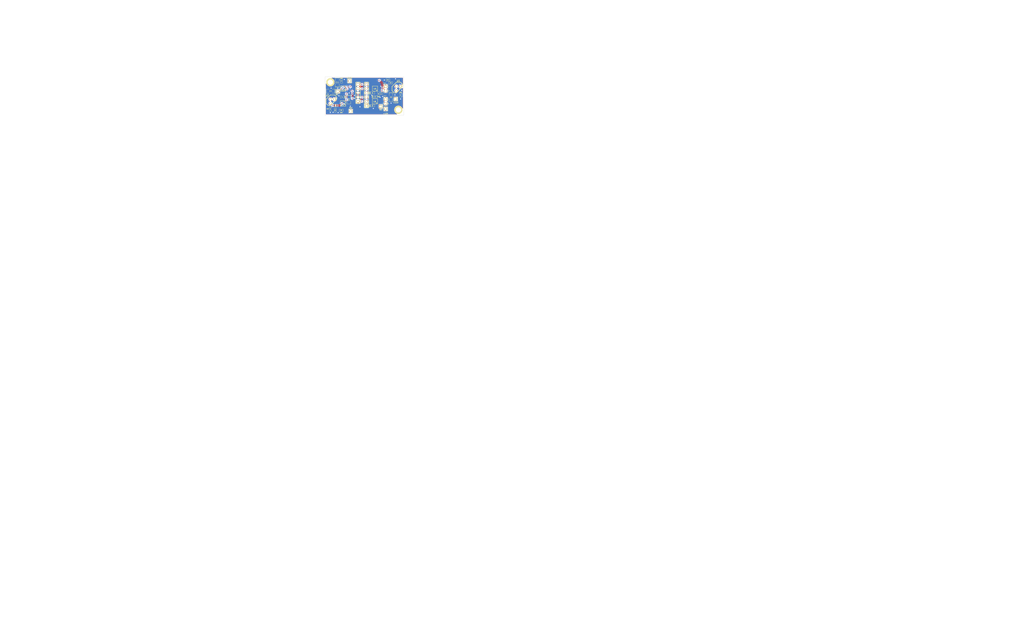
<source format=kicad_pcb>
(kicad_pcb (version 3) (host pcbnew "(2013-07-07 BZR 4022)-stable")

  (general
    (links 79)
    (no_connects 1)
    (area -162.25 -28.16 449.000001 342.750001)
    (thickness 1.6)
    (drawings 6)
    (tracks 292)
    (zones 0)
    (modules 39)
    (nets 22)
  )

  (page A3)
  (layers
    (15 F.Cu signal)
    (0 B.Cu signal)
    (16 B.Adhes user)
    (17 F.Adhes user)
    (18 B.Paste user)
    (19 F.Paste user)
    (20 B.SilkS user)
    (21 F.SilkS user)
    (22 B.Mask user)
    (23 F.Mask user)
    (24 Dwgs.User user)
    (25 Cmts.User user)
    (26 Eco1.User user)
    (27 Eco2.User user)
    (28 Edge.Cuts user)
  )

  (setup
    (last_trace_width 0.254)
    (trace_clearance 0.127)
    (zone_clearance 0.508)
    (zone_45_only no)
    (trace_min 0.254)
    (segment_width 0.2)
    (edge_width 0.1)
    (via_size 0.889)
    (via_drill 0.635)
    (via_min_size 0.889)
    (via_min_drill 0.508)
    (uvia_size 0.508)
    (uvia_drill 0.127)
    (uvias_allowed no)
    (uvia_min_size 0.508)
    (uvia_min_drill 0.127)
    (pcb_text_width 0.3)
    (pcb_text_size 1.5 1.5)
    (mod_edge_width 0.15)
    (mod_text_size 1 1)
    (mod_text_width 0.15)
    (pad_size 1.5 1.5)
    (pad_drill 0.6)
    (pad_to_mask_clearance 0)
    (aux_axis_origin 0 0)
    (visible_elements FFFFFFBF)
    (pcbplotparams
      (layerselection 284196865)
      (usegerberextensions true)
      (excludeedgelayer true)
      (linewidth 0.150000)
      (plotframeref false)
      (viasonmask false)
      (mode 1)
      (useauxorigin false)
      (hpglpennumber 1)
      (hpglpenspeed 20)
      (hpglpendiameter 15)
      (hpglpenoverlay 2)
      (psnegative false)
      (psa4output false)
      (plotreference true)
      (plotvalue true)
      (plotothertext true)
      (plotinvisibletext false)
      (padsonsilk false)
      (subtractmaskfromsilk false)
      (outputformat 1)
      (mirror false)
      (drillshape 0)
      (scaleselection 1)
      (outputdirectory ""))
  )

  (net 0 "")
  (net 1 +12V)
  (net 2 +2.5V)
  (net 3 +3.3V)
  (net 4 +5P)
  (net 5 ADVDD)
  (net 6 CNV1)
  (net 7 CNV2)
  (net 8 GND)
  (net 9 IN+1)
  (net 10 IN+2)
  (net 11 IN-1)
  (net 12 IN-2)
  (net 13 N-0000019)
  (net 14 N-0000022)
  (net 15 REF1)
  (net 16 REF2)
  (net 17 SCK1)
  (net 18 SCK2)
  (net 19 SDO1)
  (net 20 SDO2)
  (net 21 Vadr)

  (net_class Default "This is the default net class."
    (clearance 0.127)
    (trace_width 0.254)
    (via_dia 0.889)
    (via_drill 0.635)
    (uvia_dia 0.508)
    (uvia_drill 0.127)
    (add_net "")
    (add_net +12V)
    (add_net +2.5V)
    (add_net +3.3V)
    (add_net +5P)
    (add_net ADVDD)
    (add_net CNV1)
    (add_net CNV2)
    (add_net GND)
    (add_net IN+1)
    (add_net IN+2)
    (add_net IN-1)
    (add_net IN-2)
    (add_net N-0000019)
    (add_net N-0000022)
    (add_net REF1)
    (add_net REF2)
    (add_net SCK1)
    (add_net SCK2)
    (add_net SDO1)
    (add_net SDO2)
    (add_net Vadr)
  )

  (module TO92 (layer F.Cu) (tedit 54BC4019) (tstamp 54BC192B)
    (at 36.195 32.385)
    (descr "Transistor TO92 brochage type BC237")
    (tags "TR TO92")
    (path /54BB1853)
    (fp_text reference U2 (at -3.225 -3.605) (layer F.SilkS)
      (effects (font (size 1.016 1.016) (thickness 0.2032)))
    )
    (fp_text value "" (at -1.27 -5.08) (layer F.SilkS)
      (effects (font (size 1.016 1.016) (thickness 0.2032)))
    )
    (fp_line (start -1.27 2.54) (end 2.54 -1.27) (layer F.SilkS) (width 0.3048))
    (fp_line (start 2.54 -1.27) (end 2.54 -2.54) (layer F.SilkS) (width 0.3048))
    (fp_line (start 2.54 -2.54) (end 1.27 -3.81) (layer F.SilkS) (width 0.3048))
    (fp_line (start 1.27 -3.81) (end -1.27 -3.81) (layer F.SilkS) (width 0.3048))
    (fp_line (start -1.27 -3.81) (end -3.81 -1.27) (layer F.SilkS) (width 0.3048))
    (fp_line (start -3.81 -1.27) (end -3.81 1.27) (layer F.SilkS) (width 0.3048))
    (fp_line (start -3.81 1.27) (end -2.54 2.54) (layer F.SilkS) (width 0.3048))
    (fp_line (start -2.54 2.54) (end -1.27 2.54) (layer F.SilkS) (width 0.3048))
    (pad 1 thru_hole rect (at 1.27 -1.27) (size 1.397 1.397) (drill 0.8128)
      (layers *.Cu *.Mask F.SilkS)
      (net 14 N-0000022)
    )
    (pad 2 thru_hole circle (at -1.27 -1.27) (size 1.397 1.397) (drill 0.8128)
      (layers *.Cu *.Mask F.SilkS)
      (net 4 +5P)
    )
    (pad 3 thru_hole circle (at -1.27 1.27) (size 1.397 1.397) (drill 0.8128)
      (layers *.Cu *.Mask F.SilkS)
      (net 1 +12V)
    )
    (model discret/to98.wrl
      (at (xyz 0 0 0))
      (scale (xyz 1 1 1))
      (rotate (xyz 0 0 0))
    )
  )

  (module TO92 (layer F.Cu) (tedit 54BC3FF1) (tstamp 54BC193A)
    (at 75.565 24.765)
    (descr "Transistor TO92 brochage type BC237")
    (tags "TR TO92")
    (path /54BB1846)
    (fp_text reference U1 (at 0.005 -4.695) (layer F.SilkS)
      (effects (font (size 1.016 1.016) (thickness 0.2032)))
    )
    (fp_text value "" (at -1.27 -5.08) (layer F.SilkS)
      (effects (font (size 1.016 1.016) (thickness 0.2032)))
    )
    (fp_line (start -1.27 2.54) (end 2.54 -1.27) (layer F.SilkS) (width 0.3048))
    (fp_line (start 2.54 -1.27) (end 2.54 -2.54) (layer F.SilkS) (width 0.3048))
    (fp_line (start 2.54 -2.54) (end 1.27 -3.81) (layer F.SilkS) (width 0.3048))
    (fp_line (start 1.27 -3.81) (end -1.27 -3.81) (layer F.SilkS) (width 0.3048))
    (fp_line (start -1.27 -3.81) (end -3.81 -1.27) (layer F.SilkS) (width 0.3048))
    (fp_line (start -3.81 -1.27) (end -3.81 1.27) (layer F.SilkS) (width 0.3048))
    (fp_line (start -3.81 1.27) (end -2.54 2.54) (layer F.SilkS) (width 0.3048))
    (fp_line (start -2.54 2.54) (end -1.27 2.54) (layer F.SilkS) (width 0.3048))
    (pad 1 thru_hole rect (at 1.27 -1.27) (size 1.397 1.397) (drill 0.8128)
      (layers *.Cu *.Mask F.SilkS)
      (net 13 N-0000019)
    )
    (pad 2 thru_hole circle (at -1.27 -1.27) (size 1.397 1.397) (drill 0.8128)
      (layers *.Cu *.Mask F.SilkS)
      (net 2 +2.5V)
    )
    (pad 3 thru_hole circle (at -1.27 1.27) (size 1.397 1.397) (drill 0.8128)
      (layers *.Cu *.Mask F.SilkS)
      (net 1 +12V)
    )
    (model discret/to98.wrl
      (at (xyz 0 0 0))
      (scale (xyz 1 1 1))
      (rotate (xyz 0 0 0))
    )
  )

  (module SM1206POL (layer F.Cu) (tedit 54BC40CC) (tstamp 54BC1949)
    (at 39.07 21.08 90)
    (path /54BAF43B)
    (attr smd)
    (fp_text reference C11 (at 0 0 180) (layer F.SilkS)
      (effects (font (size 0.762 0.762) (thickness 0.127)))
    )
    (fp_text value 10u (at 0 0 90) (layer F.SilkS) hide
      (effects (font (size 0.762 0.762) (thickness 0.127)))
    )
    (fp_line (start -2.54 -1.143) (end -2.794 -1.143) (layer F.SilkS) (width 0.127))
    (fp_line (start -2.794 -1.143) (end -2.794 1.143) (layer F.SilkS) (width 0.127))
    (fp_line (start -2.794 1.143) (end -2.54 1.143) (layer F.SilkS) (width 0.127))
    (fp_line (start -2.54 -1.143) (end -2.54 1.143) (layer F.SilkS) (width 0.127))
    (fp_line (start -2.54 1.143) (end -0.889 1.143) (layer F.SilkS) (width 0.127))
    (fp_line (start 0.889 -1.143) (end 2.54 -1.143) (layer F.SilkS) (width 0.127))
    (fp_line (start 2.54 -1.143) (end 2.54 1.143) (layer F.SilkS) (width 0.127))
    (fp_line (start 2.54 1.143) (end 0.889 1.143) (layer F.SilkS) (width 0.127))
    (fp_line (start -0.889 -1.143) (end -2.54 -1.143) (layer F.SilkS) (width 0.127))
    (pad 1 smd rect (at -1.651 0 90) (size 1.524 2.032)
      (layers F.Cu F.Paste F.Mask)
      (net 4 +5P)
    )
    (pad 2 smd rect (at 1.651 0 90) (size 1.524 2.032)
      (layers F.Cu F.Paste F.Mask)
      (net 8 GND)
    )
    (model smd/chip_cms_pol.wrl
      (at (xyz 0 0 0))
      (scale (xyz 0.17 0.16 0.16))
      (rotate (xyz 0 0 0))
    )
  )

  (module SM1206POL (layer F.Cu) (tedit 54BC3F38) (tstamp 54BC1958)
    (at 71.145 29.895 270)
    (path /54BAF0D5)
    (attr smd)
    (fp_text reference C2 (at 0.005 -0.025 360) (layer F.SilkS)
      (effects (font (size 0.762 0.762) (thickness 0.127)))
    )
    (fp_text value 1u (at 0 0 270) (layer F.SilkS) hide
      (effects (font (size 0.762 0.762) (thickness 0.127)))
    )
    (fp_line (start -2.54 -1.143) (end -2.794 -1.143) (layer F.SilkS) (width 0.127))
    (fp_line (start -2.794 -1.143) (end -2.794 1.143) (layer F.SilkS) (width 0.127))
    (fp_line (start -2.794 1.143) (end -2.54 1.143) (layer F.SilkS) (width 0.127))
    (fp_line (start -2.54 -1.143) (end -2.54 1.143) (layer F.SilkS) (width 0.127))
    (fp_line (start -2.54 1.143) (end -0.889 1.143) (layer F.SilkS) (width 0.127))
    (fp_line (start 0.889 -1.143) (end 2.54 -1.143) (layer F.SilkS) (width 0.127))
    (fp_line (start 2.54 -1.143) (end 2.54 1.143) (layer F.SilkS) (width 0.127))
    (fp_line (start 2.54 1.143) (end 0.889 1.143) (layer F.SilkS) (width 0.127))
    (fp_line (start -0.889 -1.143) (end -2.54 -1.143) (layer F.SilkS) (width 0.127))
    (pad 1 smd rect (at -1.651 0 270) (size 1.524 2.032)
      (layers F.Cu F.Paste F.Mask)
      (net 2 +2.5V)
    )
    (pad 2 smd rect (at 1.651 0 270) (size 1.524 2.032)
      (layers F.Cu F.Paste F.Mask)
      (net 8 GND)
    )
    (model smd/chip_cms_pol.wrl
      (at (xyz 0 0 0))
      (scale (xyz 0.17 0.16 0.16))
      (rotate (xyz 0 0 0))
    )
  )

  (module SM1206POL (layer F.Cu) (tedit 42806E4C) (tstamp 54BC1967)
    (at 35.125 26.265 180)
    (path /54BAEBDE)
    (attr smd)
    (fp_text reference C4 (at 0 0 180) (layer F.SilkS)
      (effects (font (size 0.762 0.762) (thickness 0.127)))
    )
    (fp_text value 1u (at 0 0 180) (layer F.SilkS) hide
      (effects (font (size 0.762 0.762) (thickness 0.127)))
    )
    (fp_line (start -2.54 -1.143) (end -2.794 -1.143) (layer F.SilkS) (width 0.127))
    (fp_line (start -2.794 -1.143) (end -2.794 1.143) (layer F.SilkS) (width 0.127))
    (fp_line (start -2.794 1.143) (end -2.54 1.143) (layer F.SilkS) (width 0.127))
    (fp_line (start -2.54 -1.143) (end -2.54 1.143) (layer F.SilkS) (width 0.127))
    (fp_line (start -2.54 1.143) (end -0.889 1.143) (layer F.SilkS) (width 0.127))
    (fp_line (start 0.889 -1.143) (end 2.54 -1.143) (layer F.SilkS) (width 0.127))
    (fp_line (start 2.54 -1.143) (end 2.54 1.143) (layer F.SilkS) (width 0.127))
    (fp_line (start 2.54 1.143) (end 0.889 1.143) (layer F.SilkS) (width 0.127))
    (fp_line (start -0.889 -1.143) (end -2.54 -1.143) (layer F.SilkS) (width 0.127))
    (pad 1 smd rect (at -1.651 0 180) (size 1.524 2.032)
      (layers F.Cu F.Paste F.Mask)
      (net 4 +5P)
    )
    (pad 2 smd rect (at 1.651 0 180) (size 1.524 2.032)
      (layers F.Cu F.Paste F.Mask)
      (net 8 GND)
    )
    (model smd/chip_cms_pol.wrl
      (at (xyz 0 0 0))
      (scale (xyz 0.17 0.16 0.16))
      (rotate (xyz 0 0 0))
    )
  )

  (module SM1206POL (layer F.Cu) (tedit 42806E4C) (tstamp 54BC1976)
    (at 46.025 31.395 270)
    (path /54B99AC3)
    (attr smd)
    (fp_text reference C9 (at 0 0 270) (layer F.SilkS)
      (effects (font (size 0.762 0.762) (thickness 0.127)))
    )
    (fp_text value 10u (at 0 0 270) (layer F.SilkS) hide
      (effects (font (size 0.762 0.762) (thickness 0.127)))
    )
    (fp_line (start -2.54 -1.143) (end -2.794 -1.143) (layer F.SilkS) (width 0.127))
    (fp_line (start -2.794 -1.143) (end -2.794 1.143) (layer F.SilkS) (width 0.127))
    (fp_line (start -2.794 1.143) (end -2.54 1.143) (layer F.SilkS) (width 0.127))
    (fp_line (start -2.54 -1.143) (end -2.54 1.143) (layer F.SilkS) (width 0.127))
    (fp_line (start -2.54 1.143) (end -0.889 1.143) (layer F.SilkS) (width 0.127))
    (fp_line (start 0.889 -1.143) (end 2.54 -1.143) (layer F.SilkS) (width 0.127))
    (fp_line (start 2.54 -1.143) (end 2.54 1.143) (layer F.SilkS) (width 0.127))
    (fp_line (start 2.54 1.143) (end 0.889 1.143) (layer F.SilkS) (width 0.127))
    (fp_line (start -0.889 -1.143) (end -2.54 -1.143) (layer F.SilkS) (width 0.127))
    (pad 1 smd rect (at -1.651 0 270) (size 1.524 2.032)
      (layers F.Cu F.Paste F.Mask)
      (net 1 +12V)
    )
    (pad 2 smd rect (at 1.651 0 270) (size 1.524 2.032)
      (layers F.Cu F.Paste F.Mask)
      (net 8 GND)
    )
    (model smd/chip_cms_pol.wrl
      (at (xyz 0 0 0))
      (scale (xyz 0.17 0.16 0.16))
      (rotate (xyz 0 0 0))
    )
  )

  (module SM0603_Capa (layer F.Cu) (tedit 5051B1EC) (tstamp 54BC1982)
    (at 60.135 27.355)
    (path /54B995EF)
    (attr smd)
    (fp_text reference C5 (at 0 0 90) (layer F.SilkS)
      (effects (font (size 0.508 0.4572) (thickness 0.1143)))
    )
    (fp_text value 100n (at -1.651 0 90) (layer F.SilkS)
      (effects (font (size 0.508 0.4572) (thickness 0.1143)))
    )
    (fp_line (start 0.50038 0.65024) (end 1.19888 0.65024) (layer F.SilkS) (width 0.11938))
    (fp_line (start -0.50038 0.65024) (end -1.19888 0.65024) (layer F.SilkS) (width 0.11938))
    (fp_line (start 0.50038 -0.65024) (end 1.19888 -0.65024) (layer F.SilkS) (width 0.11938))
    (fp_line (start -1.19888 -0.65024) (end -0.50038 -0.65024) (layer F.SilkS) (width 0.11938))
    (fp_line (start 1.19888 -0.635) (end 1.19888 0.635) (layer F.SilkS) (width 0.11938))
    (fp_line (start -1.19888 0.635) (end -1.19888 -0.635) (layer F.SilkS) (width 0.11938))
    (pad 1 smd rect (at -0.762 0) (size 0.635 1.143)
      (layers F.Cu F.Paste F.Mask)
      (net 3 +3.3V)
    )
    (pad 2 smd rect (at 0.762 0) (size 0.635 1.143)
      (layers F.Cu F.Paste F.Mask)
      (net 8 GND)
    )
    (model smd\capacitors\C0603.wrl
      (at (xyz 0 0 0.001))
      (scale (xyz 0.5 0.5 0.5))
      (rotate (xyz 0 0 0))
    )
  )

  (module SM0603_Capa (layer F.Cu) (tedit 5051B1EC) (tstamp 54BC198E)
    (at 41.565 20.215 270)
    (path /54BAF441)
    (attr smd)
    (fp_text reference C12 (at 0 0 360) (layer F.SilkS)
      (effects (font (size 0.508 0.4572) (thickness 0.1143)))
    )
    (fp_text value 100n (at -1.651 0 360) (layer F.SilkS)
      (effects (font (size 0.508 0.4572) (thickness 0.1143)))
    )
    (fp_line (start 0.50038 0.65024) (end 1.19888 0.65024) (layer F.SilkS) (width 0.11938))
    (fp_line (start -0.50038 0.65024) (end -1.19888 0.65024) (layer F.SilkS) (width 0.11938))
    (fp_line (start 0.50038 -0.65024) (end 1.19888 -0.65024) (layer F.SilkS) (width 0.11938))
    (fp_line (start -1.19888 -0.65024) (end -0.50038 -0.65024) (layer F.SilkS) (width 0.11938))
    (fp_line (start 1.19888 -0.635) (end 1.19888 0.635) (layer F.SilkS) (width 0.11938))
    (fp_line (start -1.19888 0.635) (end -1.19888 -0.635) (layer F.SilkS) (width 0.11938))
    (pad 1 smd rect (at -0.762 0 270) (size 0.635 1.143)
      (layers F.Cu F.Paste F.Mask)
      (net 8 GND)
    )
    (pad 2 smd rect (at 0.762 0 270) (size 0.635 1.143)
      (layers F.Cu F.Paste F.Mask)
      (net 4 +5P)
    )
    (model smd\capacitors\C0603.wrl
      (at (xyz 0 0 0.001))
      (scale (xyz 0.5 0.5 0.5))
      (rotate (xyz 0 0 0))
    )
  )

  (module SM0603_Capa (layer F.Cu) (tedit 5051B1EC) (tstamp 54BC199A)
    (at 76.855 28.655 270)
    (path /54BAF0EE)
    (attr smd)
    (fp_text reference C1 (at 0 0 360) (layer F.SilkS)
      (effects (font (size 0.508 0.4572) (thickness 0.1143)))
    )
    (fp_text value 100n (at -1.651 0 360) (layer F.SilkS)
      (effects (font (size 0.508 0.4572) (thickness 0.1143)))
    )
    (fp_line (start 0.50038 0.65024) (end 1.19888 0.65024) (layer F.SilkS) (width 0.11938))
    (fp_line (start -0.50038 0.65024) (end -1.19888 0.65024) (layer F.SilkS) (width 0.11938))
    (fp_line (start 0.50038 -0.65024) (end 1.19888 -0.65024) (layer F.SilkS) (width 0.11938))
    (fp_line (start -1.19888 -0.65024) (end -0.50038 -0.65024) (layer F.SilkS) (width 0.11938))
    (fp_line (start 1.19888 -0.635) (end 1.19888 0.635) (layer F.SilkS) (width 0.11938))
    (fp_line (start -1.19888 0.635) (end -1.19888 -0.635) (layer F.SilkS) (width 0.11938))
    (pad 1 smd rect (at -0.762 0 270) (size 0.635 1.143)
      (layers F.Cu F.Paste F.Mask)
      (net 1 +12V)
    )
    (pad 2 smd rect (at 0.762 0 270) (size 0.635 1.143)
      (layers F.Cu F.Paste F.Mask)
      (net 8 GND)
    )
    (model smd\capacitors\C0603.wrl
      (at (xyz 0 0 0.001))
      (scale (xyz 0.5 0.5 0.5))
      (rotate (xyz 0 0 0))
    )
  )

  (module SM0603_Capa (layer F.Cu) (tedit 54BC3F70) (tstamp 54BC19A6)
    (at 41.455 37.715)
    (path /54B99D29)
    (attr smd)
    (fp_text reference C8 (at 0 0 90) (layer F.SilkS)
      (effects (font (size 0.508 0.4572) (thickness 0.1143)))
    )
    (fp_text value 100n (at 0.025 1.355) (layer F.SilkS)
      (effects (font (size 0.508 0.4572) (thickness 0.1143)))
    )
    (fp_line (start 0.50038 0.65024) (end 1.19888 0.65024) (layer F.SilkS) (width 0.11938))
    (fp_line (start -0.50038 0.65024) (end -1.19888 0.65024) (layer F.SilkS) (width 0.11938))
    (fp_line (start 0.50038 -0.65024) (end 1.19888 -0.65024) (layer F.SilkS) (width 0.11938))
    (fp_line (start -1.19888 -0.65024) (end -0.50038 -0.65024) (layer F.SilkS) (width 0.11938))
    (fp_line (start 1.19888 -0.635) (end 1.19888 0.635) (layer F.SilkS) (width 0.11938))
    (fp_line (start -1.19888 0.635) (end -1.19888 -0.635) (layer F.SilkS) (width 0.11938))
    (pad 1 smd rect (at -0.762 0) (size 0.635 1.143)
      (layers F.Cu F.Paste F.Mask)
      (net 8 GND)
    )
    (pad 2 smd rect (at 0.762 0) (size 0.635 1.143)
      (layers F.Cu F.Paste F.Mask)
      (net 21 Vadr)
    )
    (model smd\capacitors\C0603.wrl
      (at (xyz 0 0 0.001))
      (scale (xyz 0.5 0.5 0.5))
      (rotate (xyz 0 0 0))
    )
  )

  (module SM0603_Capa (layer F.Cu) (tedit 5051B1EC) (tstamp 54BC19B2)
    (at 42.105 29.745 180)
    (path /54B99AC9)
    (attr smd)
    (fp_text reference C7 (at 0 0 270) (layer F.SilkS)
      (effects (font (size 0.508 0.4572) (thickness 0.1143)))
    )
    (fp_text value 100n (at -1.651 0 270) (layer F.SilkS)
      (effects (font (size 0.508 0.4572) (thickness 0.1143)))
    )
    (fp_line (start 0.50038 0.65024) (end 1.19888 0.65024) (layer F.SilkS) (width 0.11938))
    (fp_line (start -0.50038 0.65024) (end -1.19888 0.65024) (layer F.SilkS) (width 0.11938))
    (fp_line (start 0.50038 -0.65024) (end 1.19888 -0.65024) (layer F.SilkS) (width 0.11938))
    (fp_line (start -1.19888 -0.65024) (end -0.50038 -0.65024) (layer F.SilkS) (width 0.11938))
    (fp_line (start 1.19888 -0.635) (end 1.19888 0.635) (layer F.SilkS) (width 0.11938))
    (fp_line (start -1.19888 0.635) (end -1.19888 -0.635) (layer F.SilkS) (width 0.11938))
    (pad 1 smd rect (at -0.762 0 180) (size 0.635 1.143)
      (layers F.Cu F.Paste F.Mask)
      (net 1 +12V)
    )
    (pad 2 smd rect (at 0.762 0 180) (size 0.635 1.143)
      (layers F.Cu F.Paste F.Mask)
      (net 8 GND)
    )
    (model smd\capacitors\C0603.wrl
      (at (xyz 0 0 0.001))
      (scale (xyz 0.5 0.5 0.5))
      (rotate (xyz 0 0 0))
    )
  )

  (module SM0603_Capa (layer F.Cu) (tedit 5051B1EC) (tstamp 54BC19BE)
    (at 63.705 27.965 90)
    (path /54B99642)
    (attr smd)
    (fp_text reference C6 (at 0 0 180) (layer F.SilkS)
      (effects (font (size 0.508 0.4572) (thickness 0.1143)))
    )
    (fp_text value 100n (at -1.651 0 180) (layer F.SilkS)
      (effects (font (size 0.508 0.4572) (thickness 0.1143)))
    )
    (fp_line (start 0.50038 0.65024) (end 1.19888 0.65024) (layer F.SilkS) (width 0.11938))
    (fp_line (start -0.50038 0.65024) (end -1.19888 0.65024) (layer F.SilkS) (width 0.11938))
    (fp_line (start 0.50038 -0.65024) (end 1.19888 -0.65024) (layer F.SilkS) (width 0.11938))
    (fp_line (start -1.19888 -0.65024) (end -0.50038 -0.65024) (layer F.SilkS) (width 0.11938))
    (fp_line (start 1.19888 -0.635) (end 1.19888 0.635) (layer F.SilkS) (width 0.11938))
    (fp_line (start -1.19888 0.635) (end -1.19888 -0.635) (layer F.SilkS) (width 0.11938))
    (pad 1 smd rect (at -0.762 0 90) (size 0.635 1.143)
      (layers F.Cu F.Paste F.Mask)
      (net 8 GND)
    )
    (pad 2 smd rect (at 0.762 0 90) (size 0.635 1.143)
      (layers F.Cu F.Paste F.Mask)
      (net 5 ADVDD)
    )
    (model smd\capacitors\C0603.wrl
      (at (xyz 0 0 0.001))
      (scale (xyz 0.5 0.5 0.5))
      (rotate (xyz 0 0 0))
    )
  )

  (module SM0603_Capa (layer F.Cu) (tedit 5051B1EC) (tstamp 54BC19CA)
    (at 60.14 35.01)
    (path /54B99897)
    (attr smd)
    (fp_text reference C10 (at 0 0 90) (layer F.SilkS)
      (effects (font (size 0.508 0.4572) (thickness 0.1143)))
    )
    (fp_text value 100n (at -1.651 0 90) (layer F.SilkS)
      (effects (font (size 0.508 0.4572) (thickness 0.1143)))
    )
    (fp_line (start 0.50038 0.65024) (end 1.19888 0.65024) (layer F.SilkS) (width 0.11938))
    (fp_line (start -0.50038 0.65024) (end -1.19888 0.65024) (layer F.SilkS) (width 0.11938))
    (fp_line (start 0.50038 -0.65024) (end 1.19888 -0.65024) (layer F.SilkS) (width 0.11938))
    (fp_line (start -1.19888 -0.65024) (end -0.50038 -0.65024) (layer F.SilkS) (width 0.11938))
    (fp_line (start 1.19888 -0.635) (end 1.19888 0.635) (layer F.SilkS) (width 0.11938))
    (fp_line (start -1.19888 0.635) (end -1.19888 -0.635) (layer F.SilkS) (width 0.11938))
    (pad 1 smd rect (at -0.762 0) (size 0.635 1.143)
      (layers F.Cu F.Paste F.Mask)
      (net 3 +3.3V)
    )
    (pad 2 smd rect (at 0.762 0) (size 0.635 1.143)
      (layers F.Cu F.Paste F.Mask)
      (net 8 GND)
    )
    (model smd\capacitors\C0603.wrl
      (at (xyz 0 0 0.001))
      (scale (xyz 0.5 0.5 0.5))
      (rotate (xyz 0 0 0))
    )
  )

  (module SM0603_Capa (layer F.Cu) (tedit 5051B1EC) (tstamp 54BC19D6)
    (at 61.665 29.685)
    (path /54B99891)
    (attr smd)
    (fp_text reference C13 (at 0 0 90) (layer F.SilkS)
      (effects (font (size 0.508 0.4572) (thickness 0.1143)))
    )
    (fp_text value 100n (at -1.651 0 90) (layer F.SilkS)
      (effects (font (size 0.508 0.4572) (thickness 0.1143)))
    )
    (fp_line (start 0.50038 0.65024) (end 1.19888 0.65024) (layer F.SilkS) (width 0.11938))
    (fp_line (start -0.50038 0.65024) (end -1.19888 0.65024) (layer F.SilkS) (width 0.11938))
    (fp_line (start 0.50038 -0.65024) (end 1.19888 -0.65024) (layer F.SilkS) (width 0.11938))
    (fp_line (start -1.19888 -0.65024) (end -0.50038 -0.65024) (layer F.SilkS) (width 0.11938))
    (fp_line (start 1.19888 -0.635) (end 1.19888 0.635) (layer F.SilkS) (width 0.11938))
    (fp_line (start -1.19888 0.635) (end -1.19888 -0.635) (layer F.SilkS) (width 0.11938))
    (pad 1 smd rect (at -0.762 0) (size 0.635 1.143)
      (layers F.Cu F.Paste F.Mask)
      (net 8 GND)
    )
    (pad 2 smd rect (at 0.762 0) (size 0.635 1.143)
      (layers F.Cu F.Paste F.Mask)
      (net 5 ADVDD)
    )
    (model smd\capacitors\C0603.wrl
      (at (xyz 0 0 0.001))
      (scale (xyz 0.5 0.5 0.5))
      (rotate (xyz 0 0 0))
    )
  )

  (module SM0603_Capa (layer F.Cu) (tedit 54BC401F) (tstamp 54BC19E2)
    (at 34.925 36.985 270)
    (path /54B9960D)
    (attr smd)
    (fp_text reference C3 (at 0 0 360) (layer F.SilkS)
      (effects (font (size 0.508 0.4572) (thickness 0.1143)))
    )
    (fp_text value 100n (at -0.105 1.535 360) (layer F.SilkS)
      (effects (font (size 0.508 0.4572) (thickness 0.1143)))
    )
    (fp_line (start 0.50038 0.65024) (end 1.19888 0.65024) (layer F.SilkS) (width 0.11938))
    (fp_line (start -0.50038 0.65024) (end -1.19888 0.65024) (layer F.SilkS) (width 0.11938))
    (fp_line (start 0.50038 -0.65024) (end 1.19888 -0.65024) (layer F.SilkS) (width 0.11938))
    (fp_line (start -1.19888 -0.65024) (end -0.50038 -0.65024) (layer F.SilkS) (width 0.11938))
    (fp_line (start 1.19888 -0.635) (end 1.19888 0.635) (layer F.SilkS) (width 0.11938))
    (fp_line (start -1.19888 0.635) (end -1.19888 -0.635) (layer F.SilkS) (width 0.11938))
    (pad 1 smd rect (at -0.762 0 270) (size 0.635 1.143)
      (layers F.Cu F.Paste F.Mask)
      (net 1 +12V)
    )
    (pad 2 smd rect (at 0.762 0 270) (size 0.635 1.143)
      (layers F.Cu F.Paste F.Mask)
      (net 8 GND)
    )
    (model smd\capacitors\C0603.wrl
      (at (xyz 0 0 0.001))
      (scale (xyz 0.5 0.5 0.5))
      (rotate (xyz 0 0 0))
    )
  )

  (module SM0603 (layer F.Cu) (tedit 4E43A3D1) (tstamp 54BC19EC)
    (at 38.105 34.825)
    (path /54BAEBC3)
    (attr smd)
    (fp_text reference R4 (at 0 0) (layer F.SilkS)
      (effects (font (size 0.508 0.4572) (thickness 0.1143)))
    )
    (fp_text value 220R (at 0 0) (layer F.SilkS) hide
      (effects (font (size 0.508 0.4572) (thickness 0.1143)))
    )
    (fp_line (start -1.143 -0.635) (end 1.143 -0.635) (layer F.SilkS) (width 0.127))
    (fp_line (start 1.143 -0.635) (end 1.143 0.635) (layer F.SilkS) (width 0.127))
    (fp_line (start 1.143 0.635) (end -1.143 0.635) (layer F.SilkS) (width 0.127))
    (fp_line (start -1.143 0.635) (end -1.143 -0.635) (layer F.SilkS) (width 0.127))
    (pad 1 smd rect (at -0.762 0) (size 0.635 1.143)
      (layers F.Cu F.Paste F.Mask)
      (net 4 +5P)
    )
    (pad 2 smd rect (at 0.762 0) (size 0.635 1.143)
      (layers F.Cu F.Paste F.Mask)
      (net 14 N-0000022)
    )
    (model smd\resistors\R0603.wrl
      (at (xyz 0 0 0.001))
      (scale (xyz 0.5 0.5 0.5))
      (rotate (xyz 0 0 0))
    )
  )

  (module SM0603 (layer F.Cu) (tedit 4E43A3D1) (tstamp 54BC19F6)
    (at 37.875 37.695 270)
    (path /54BAED5F)
    (attr smd)
    (fp_text reference R3 (at 0 0 270) (layer F.SilkS)
      (effects (font (size 0.508 0.4572) (thickness 0.1143)))
    )
    (fp_text value 768R (at 0 0 270) (layer F.SilkS) hide
      (effects (font (size 0.508 0.4572) (thickness 0.1143)))
    )
    (fp_line (start -1.143 -0.635) (end 1.143 -0.635) (layer F.SilkS) (width 0.127))
    (fp_line (start 1.143 -0.635) (end 1.143 0.635) (layer F.SilkS) (width 0.127))
    (fp_line (start 1.143 0.635) (end -1.143 0.635) (layer F.SilkS) (width 0.127))
    (fp_line (start -1.143 0.635) (end -1.143 -0.635) (layer F.SilkS) (width 0.127))
    (pad 1 smd rect (at -0.762 0 270) (size 0.635 1.143)
      (layers F.Cu F.Paste F.Mask)
      (net 14 N-0000022)
    )
    (pad 2 smd rect (at 0.762 0 270) (size 0.635 1.143)
      (layers F.Cu F.Paste F.Mask)
      (net 8 GND)
    )
    (model smd\resistors\R0603.wrl
      (at (xyz 0 0 0.001))
      (scale (xyz 0.5 0.5 0.5))
      (rotate (xyz 0 0 0))
    )
  )

  (module SM0603 (layer F.Cu) (tedit 4E43A3D1) (tstamp 54BC1A00)
    (at 70.915 21.385 180)
    (path /54BAF0CF)
    (attr smd)
    (fp_text reference R2 (at 0 0 180) (layer F.SilkS)
      (effects (font (size 0.508 0.4572) (thickness 0.1143)))
    )
    (fp_text value 220R (at 0 0 180) (layer F.SilkS) hide
      (effects (font (size 0.508 0.4572) (thickness 0.1143)))
    )
    (fp_line (start -1.143 -0.635) (end 1.143 -0.635) (layer F.SilkS) (width 0.127))
    (fp_line (start 1.143 -0.635) (end 1.143 0.635) (layer F.SilkS) (width 0.127))
    (fp_line (start 1.143 0.635) (end -1.143 0.635) (layer F.SilkS) (width 0.127))
    (fp_line (start -1.143 0.635) (end -1.143 -0.635) (layer F.SilkS) (width 0.127))
    (pad 1 smd rect (at -0.762 0 180) (size 0.635 1.143)
      (layers F.Cu F.Paste F.Mask)
      (net 2 +2.5V)
    )
    (pad 2 smd rect (at 0.762 0 180) (size 0.635 1.143)
      (layers F.Cu F.Paste F.Mask)
      (net 13 N-0000019)
    )
    (model smd\resistors\R0603.wrl
      (at (xyz 0 0 0.001))
      (scale (xyz 0.5 0.5 0.5))
      (rotate (xyz 0 0 0))
    )
  )

  (module SM0603 (layer F.Cu) (tedit 4E43A3D1) (tstamp 54BC1A0A)
    (at 69.365 19.625 180)
    (path /54BAF0E8)
    (attr smd)
    (fp_text reference R1 (at 0 0 180) (layer F.SilkS)
      (effects (font (size 0.508 0.4572) (thickness 0.1143)))
    )
    (fp_text value 220R (at 0 0 180) (layer F.SilkS) hide
      (effects (font (size 0.508 0.4572) (thickness 0.1143)))
    )
    (fp_line (start -1.143 -0.635) (end 1.143 -0.635) (layer F.SilkS) (width 0.127))
    (fp_line (start 1.143 -0.635) (end 1.143 0.635) (layer F.SilkS) (width 0.127))
    (fp_line (start 1.143 0.635) (end -1.143 0.635) (layer F.SilkS) (width 0.127))
    (fp_line (start -1.143 0.635) (end -1.143 -0.635) (layer F.SilkS) (width 0.127))
    (pad 1 smd rect (at -0.762 0 180) (size 0.635 1.143)
      (layers F.Cu F.Paste F.Mask)
      (net 13 N-0000019)
    )
    (pad 2 smd rect (at 0.762 0 180) (size 0.635 1.143)
      (layers F.Cu F.Paste F.Mask)
      (net 8 GND)
    )
    (model smd\resistors\R0603.wrl
      (at (xyz 0 0 0.001))
      (scale (xyz 0.5 0.5 0.5))
      (rotate (xyz 0 0 0))
    )
  )

  (module SM0402 (layer F.Cu) (tedit 50A4E0BA) (tstamp 54BC1A16)
    (at 67.365 21.61)
    (path /54BB0CC9)
    (attr smd)
    (fp_text reference JP1 (at 0 0) (layer F.SilkS)
      (effects (font (size 0.35052 0.3048) (thickness 0.07112)))
    )
    (fp_text value JUMPER (at 0.09906 0) (layer F.SilkS) hide
      (effects (font (size 0.35052 0.3048) (thickness 0.07112)))
    )
    (fp_line (start -0.254 -0.381) (end -0.762 -0.381) (layer F.SilkS) (width 0.07112))
    (fp_line (start -0.762 -0.381) (end -0.762 0.381) (layer F.SilkS) (width 0.07112))
    (fp_line (start -0.762 0.381) (end -0.254 0.381) (layer F.SilkS) (width 0.07112))
    (fp_line (start 0.254 -0.381) (end 0.762 -0.381) (layer F.SilkS) (width 0.07112))
    (fp_line (start 0.762 -0.381) (end 0.762 0.381) (layer F.SilkS) (width 0.07112))
    (fp_line (start 0.762 0.381) (end 0.254 0.381) (layer F.SilkS) (width 0.07112))
    (pad 1 smd rect (at -0.44958 0) (size 0.39878 0.59944)
      (layers F.Cu F.Paste F.Mask)
      (net 8 GND)
    )
    (pad 2 smd rect (at 0.44958 0) (size 0.39878 0.59944)
      (layers F.Cu F.Paste F.Mask)
      (net 11 IN-1)
    )
    (model smd\chip_cms.wrl
      (at (xyz 0 0 0.002))
      (scale (xyz 0.05 0.05 0.05))
      (rotate (xyz 0 0 0))
    )
  )

  (module SM0402 (layer F.Cu) (tedit 50A4E0BA) (tstamp 54BC1A22)
    (at 67.485 29.055)
    (path /54BB0CD6)
    (attr smd)
    (fp_text reference JP2 (at 0 0) (layer F.SilkS)
      (effects (font (size 0.35052 0.3048) (thickness 0.07112)))
    )
    (fp_text value JUMPER (at 0.09906 0) (layer F.SilkS) hide
      (effects (font (size 0.35052 0.3048) (thickness 0.07112)))
    )
    (fp_line (start -0.254 -0.381) (end -0.762 -0.381) (layer F.SilkS) (width 0.07112))
    (fp_line (start -0.762 -0.381) (end -0.762 0.381) (layer F.SilkS) (width 0.07112))
    (fp_line (start -0.762 0.381) (end -0.254 0.381) (layer F.SilkS) (width 0.07112))
    (fp_line (start 0.254 -0.381) (end 0.762 -0.381) (layer F.SilkS) (width 0.07112))
    (fp_line (start 0.762 -0.381) (end 0.762 0.381) (layer F.SilkS) (width 0.07112))
    (fp_line (start 0.762 0.381) (end 0.254 0.381) (layer F.SilkS) (width 0.07112))
    (pad 1 smd rect (at -0.44958 0) (size 0.39878 0.59944)
      (layers F.Cu F.Paste F.Mask)
      (net 8 GND)
    )
    (pad 2 smd rect (at 0.44958 0) (size 0.39878 0.59944)
      (layers F.Cu F.Paste F.Mask)
      (net 12 IN-2)
    )
    (model smd\chip_cms.wrl
      (at (xyz 0 0 0.002))
      (scale (xyz 0.05 0.05 0.05))
      (rotate (xyz 0 0 0))
    )
  )

  (module SM0402 (layer F.Cu) (tedit 50A4E0BA) (tstamp 54BC1A2E)
    (at 65.345 27.005)
    (path /54BBF9F3)
    (attr smd)
    (fp_text reference JP3 (at 0 0) (layer F.SilkS)
      (effects (font (size 0.35052 0.3048) (thickness 0.07112)))
    )
    (fp_text value JUMPER (at 0.09906 0) (layer F.SilkS) hide
      (effects (font (size 0.35052 0.3048) (thickness 0.07112)))
    )
    (fp_line (start -0.254 -0.381) (end -0.762 -0.381) (layer F.SilkS) (width 0.07112))
    (fp_line (start -0.762 -0.381) (end -0.762 0.381) (layer F.SilkS) (width 0.07112))
    (fp_line (start -0.762 0.381) (end -0.254 0.381) (layer F.SilkS) (width 0.07112))
    (fp_line (start 0.254 -0.381) (end 0.762 -0.381) (layer F.SilkS) (width 0.07112))
    (fp_line (start 0.762 -0.381) (end 0.762 0.381) (layer F.SilkS) (width 0.07112))
    (fp_line (start 0.762 0.381) (end 0.254 0.381) (layer F.SilkS) (width 0.07112))
    (pad 1 smd rect (at -0.44958 0) (size 0.39878 0.59944)
      (layers F.Cu F.Paste F.Mask)
      (net 5 ADVDD)
    )
    (pad 2 smd rect (at 0.44958 0) (size 0.39878 0.59944)
      (layers F.Cu F.Paste F.Mask)
      (net 15 REF1)
    )
    (model smd\chip_cms.wrl
      (at (xyz 0 0 0.002))
      (scale (xyz 0.05 0.05 0.05))
      (rotate (xyz 0 0 0))
    )
  )

  (module SM0402 (layer F.Cu) (tedit 50A4E0BA) (tstamp 54BC1A3A)
    (at 65.365 28.105)
    (path /54BBF9F9)
    (attr smd)
    (fp_text reference JP4 (at 0 0) (layer F.SilkS)
      (effects (font (size 0.35052 0.3048) (thickness 0.07112)))
    )
    (fp_text value JUMPER (at 0.09906 0) (layer F.SilkS) hide
      (effects (font (size 0.35052 0.3048) (thickness 0.07112)))
    )
    (fp_line (start -0.254 -0.381) (end -0.762 -0.381) (layer F.SilkS) (width 0.07112))
    (fp_line (start -0.762 -0.381) (end -0.762 0.381) (layer F.SilkS) (width 0.07112))
    (fp_line (start -0.762 0.381) (end -0.254 0.381) (layer F.SilkS) (width 0.07112))
    (fp_line (start 0.254 -0.381) (end 0.762 -0.381) (layer F.SilkS) (width 0.07112))
    (fp_line (start 0.762 -0.381) (end 0.762 0.381) (layer F.SilkS) (width 0.07112))
    (fp_line (start 0.762 0.381) (end 0.254 0.381) (layer F.SilkS) (width 0.07112))
    (pad 1 smd rect (at -0.44958 0) (size 0.39878 0.59944)
      (layers F.Cu F.Paste F.Mask)
      (net 5 ADVDD)
    )
    (pad 2 smd rect (at 0.44958 0) (size 0.39878 0.59944)
      (layers F.Cu F.Paste F.Mask)
      (net 2 +2.5V)
    )
    (model smd\chip_cms.wrl
      (at (xyz 0 0 0.002))
      (scale (xyz 0.05 0.05 0.05))
      (rotate (xyz 0 0 0))
    )
  )

  (module PIN_ARRAY_5x1 (layer F.Cu) (tedit 54BC3F90) (tstamp 54BC1A5F)
    (at 51.435 27.305 90)
    (descr "Double rangee de contacts 2 x 5 pins")
    (tags CONN)
    (path /54B99AB6)
    (fp_text reference "" (at 0 -2.54 90) (layer F.SilkS)
      (effects (font (size 1.016 1.016) (thickness 0.2032)))
    )
    (fp_text value CONN_5 (at 0 2.54 90) (layer F.SilkS) hide
      (effects (font (size 1.016 1.016) (thickness 0.2032)))
    )
    (fp_line (start -6.35 -1.27) (end -6.35 1.27) (layer F.SilkS) (width 0.3048))
    (fp_line (start 6.35 1.27) (end 6.35 -1.27) (layer F.SilkS) (width 0.3048))
    (fp_line (start -6.35 -1.27) (end 6.35 -1.27) (layer F.SilkS) (width 0.3048))
    (fp_line (start 6.35 1.27) (end -6.35 1.27) (layer F.SilkS) (width 0.3048))
    (pad 1 thru_hole rect (at -5.08 0 90) (size 1.524 1.524) (drill 1.016)
      (layers *.Cu *.Mask F.SilkS)
      (net 3 +3.3V)
    )
    (pad 2 thru_hole circle (at -2.54 0 90) (size 1.524 1.524) (drill 1.016)
      (layers *.Cu *.Mask F.SilkS)
      (net 8 GND)
    )
    (pad 3 thru_hole circle (at 0 0 90) (size 1.524 1.524) (drill 1.016)
      (layers *.Cu *.Mask F.SilkS)
      (net 8 GND)
    )
    (pad 4 thru_hole circle (at 2.54 0 90) (size 1.524 1.524) (drill 1.016)
      (layers *.Cu *.Mask F.SilkS)
      (net 1 +12V)
    )
    (pad 5 thru_hole circle (at 5.08 0 90) (size 1.524 1.524) (drill 1.016)
      (layers *.Cu *.Mask F.SilkS)
      (net 3 +3.3V)
    )
    (model pin_array/pins_array_5x1.wrl
      (at (xyz 0 0 0))
      (scale (xyz 1 1 1))
      (rotate (xyz 0 0 0))
    )
  )

  (module PIN_ARRAY_2X1 (layer F.Cu) (tedit 54BC3F33) (tstamp 54BC1A69)
    (at 67.945 32.385 270)
    (descr "Connecteurs 2 pins")
    (tags "CONN DEV")
    (path /54BB0543)
    (fp_text reference "+   -" (at 0.005 -1.705 270) (layer F.SilkS)
      (effects (font (size 0.762 0.762) (thickness 0.1524)))
    )
    (fp_text value CONN_2 (at 0 -1.905 270) (layer F.SilkS) hide
      (effects (font (size 0.762 0.762) (thickness 0.1524)))
    )
    (fp_line (start -2.54 1.27) (end -2.54 -1.27) (layer F.SilkS) (width 0.1524))
    (fp_line (start -2.54 -1.27) (end 2.54 -1.27) (layer F.SilkS) (width 0.1524))
    (fp_line (start 2.54 -1.27) (end 2.54 1.27) (layer F.SilkS) (width 0.1524))
    (fp_line (start 2.54 1.27) (end -2.54 1.27) (layer F.SilkS) (width 0.1524))
    (pad 1 thru_hole rect (at -1.27 0 270) (size 1.524 1.524) (drill 1.016)
      (layers *.Cu *.Mask F.SilkS)
      (net 12 IN-2)
    )
    (pad 2 thru_hole circle (at 1.27 0 270) (size 1.524 1.524) (drill 1.016)
      (layers *.Cu *.Mask F.SilkS)
      (net 10 IN+2)
    )
    (model pin_array/pins_array_2x1.wrl
      (at (xyz 0 0 0))
      (scale (xyz 1 1 1))
      (rotate (xyz 0 0 0))
    )
  )

  (module PIN_ARRAY_2X1 (layer F.Cu) (tedit 54BC3F1B) (tstamp 54BC1A73)
    (at 67.945 24.765 270)
    (descr "Connecteurs 2 pins")
    (tags "CONN DEV")
    (path /54BB0536)
    (fp_text reference "+   -" (at 0 -1.905 270) (layer F.SilkS)
      (effects (font (size 0.762 0.762) (thickness 0.1524)))
    )
    (fp_text value CONN_2 (at 0 -1.905 270) (layer F.SilkS) hide
      (effects (font (size 0.762 0.762) (thickness 0.1524)))
    )
    (fp_line (start -2.54 1.27) (end -2.54 -1.27) (layer F.SilkS) (width 0.1524))
    (fp_line (start -2.54 -1.27) (end 2.54 -1.27) (layer F.SilkS) (width 0.1524))
    (fp_line (start 2.54 -1.27) (end 2.54 1.27) (layer F.SilkS) (width 0.1524))
    (fp_line (start 2.54 1.27) (end -2.54 1.27) (layer F.SilkS) (width 0.1524))
    (pad 1 thru_hole rect (at -1.27 0 270) (size 1.524 1.524) (drill 1.016)
      (layers *.Cu *.Mask F.SilkS)
      (net 11 IN-1)
    )
    (pad 2 thru_hole circle (at 1.27 0 270) (size 1.524 1.524) (drill 1.016)
      (layers *.Cu *.Mask F.SilkS)
      (net 9 IN+1)
    )
    (model pin_array/pins_array_2x1.wrl
      (at (xyz 0 0 0))
      (scale (xyz 1 1 1))
      (rotate (xyz 0 0 0))
    )
  )

  (module PIN_ARRAY_1 (layer F.Cu) (tedit 54BC403D) (tstamp 54BC1A7C)
    (at 47.125 38.185)
    (descr "1 pin")
    (tags "CONN DEV")
    (path /54BB049F)
    (fp_text reference Ref (at 0 -1.905) (layer F.SilkS)
      (effects (font (size 0.762 0.762) (thickness 0.1524)))
    )
    (fp_text value CONN_1 (at 0 -1.905) (layer F.SilkS) hide
      (effects (font (size 0.762 0.762) (thickness 0.1524)))
    )
    (fp_line (start 1.27 1.27) (end -1.27 1.27) (layer F.SilkS) (width 0.1524))
    (fp_line (start -1.27 -1.27) (end 1.27 -1.27) (layer F.SilkS) (width 0.1524))
    (fp_line (start -1.27 1.27) (end -1.27 -1.27) (layer F.SilkS) (width 0.1524))
    (fp_line (start 1.27 -1.27) (end 1.27 1.27) (layer F.SilkS) (width 0.1524))
    (pad 1 thru_hole rect (at 0 0) (size 1.524 1.524) (drill 1.016)
      (layers *.Cu *.Mask F.SilkS)
      (net 21 Vadr)
    )
    (model pin_array\pin_1.wrl
      (at (xyz 0 0 0))
      (scale (xyz 1 1 1))
      (rotate (xyz 0 0 0))
    )
  )

  (module PIN_ARRAY_1 (layer F.Cu) (tedit 54BC4099) (tstamp 54BC1A85)
    (at 65.015 35.425)
    (descr "1 pin")
    (tags "CONN DEV")
    (path /54BB09E9)
    (fp_text reference R2 (at 0.005 2.015) (layer F.SilkS)
      (effects (font (size 0.762 0.762) (thickness 0.1524)))
    )
    (fp_text value CONN_1 (at 0 -1.905) (layer F.SilkS) hide
      (effects (font (size 0.762 0.762) (thickness 0.1524)))
    )
    (fp_line (start 1.27 1.27) (end -1.27 1.27) (layer F.SilkS) (width 0.1524))
    (fp_line (start -1.27 -1.27) (end 1.27 -1.27) (layer F.SilkS) (width 0.1524))
    (fp_line (start -1.27 1.27) (end -1.27 -1.27) (layer F.SilkS) (width 0.1524))
    (fp_line (start 1.27 -1.27) (end 1.27 1.27) (layer F.SilkS) (width 0.1524))
    (pad 1 thru_hole rect (at 0 0) (size 1.524 1.524) (drill 1.016)
      (layers *.Cu *.Mask F.SilkS)
      (net 16 REF2)
    )
    (model pin_array\pin_1.wrl
      (at (xyz 0 0 0))
      (scale (xyz 1 1 1))
      (rotate (xyz 0 0 0))
    )
  )

  (module PIN_ARRAY_1 (layer F.Cu) (tedit 54BC40C3) (tstamp 54BC1A8E)
    (at 39.445 26.415)
    (descr "1 pin")
    (tags "CONN DEV")
    (path /54BB04A5)
    (fp_text reference R1 (at -0.585 1.955) (layer F.SilkS)
      (effects (font (size 0.762 0.762) (thickness 0.1524)))
    )
    (fp_text value CONN_1 (at 0 -1.905) (layer F.SilkS) hide
      (effects (font (size 0.762 0.762) (thickness 0.1524)))
    )
    (fp_line (start 1.27 1.27) (end -1.27 1.27) (layer F.SilkS) (width 0.1524))
    (fp_line (start -1.27 -1.27) (end 1.27 -1.27) (layer F.SilkS) (width 0.1524))
    (fp_line (start -1.27 1.27) (end -1.27 -1.27) (layer F.SilkS) (width 0.1524))
    (fp_line (start 1.27 -1.27) (end 1.27 1.27) (layer F.SilkS) (width 0.1524))
    (pad 1 thru_hole rect (at 0 0) (size 1.524 1.524) (drill 1.016)
      (layers *.Cu *.Mask F.SilkS)
      (net 15 REF1)
    )
    (model pin_array\pin_1.wrl
      (at (xyz 0 0 0))
      (scale (xyz 1 1 1))
      (rotate (xyz 0 0 0))
    )
  )

  (module PIN_ARRAY_1 (layer F.Cu) (tedit 54BC4094) (tstamp 54BC1A97)
    (at 67.945 36.905)
    (descr "1 pin")
    (tags "CONN DEV")
    (path /54BB0499)
    (fp_text reference +12V (at -0.075 2.795) (layer F.SilkS)
      (effects (font (size 0.762 0.762) (thickness 0.1524)))
    )
    (fp_text value CONN_1 (at 0 -1.905) (layer F.SilkS) hide
      (effects (font (size 0.762 0.762) (thickness 0.1524)))
    )
    (fp_line (start 1.27 1.27) (end -1.27 1.27) (layer F.SilkS) (width 0.1524))
    (fp_line (start -1.27 -1.27) (end 1.27 -1.27) (layer F.SilkS) (width 0.1524))
    (fp_line (start -1.27 1.27) (end -1.27 -1.27) (layer F.SilkS) (width 0.1524))
    (fp_line (start 1.27 -1.27) (end 1.27 1.27) (layer F.SilkS) (width 0.1524))
    (pad 1 thru_hole rect (at 0 0) (size 1.524 1.524) (drill 1.016)
      (layers *.Cu *.Mask F.SilkS)
      (net 1 +12V)
    )
    (model pin_array\pin_1.wrl
      (at (xyz 0 0 0))
      (scale (xyz 1 1 1))
      (rotate (xyz 0 0 0))
    )
  )

  (module PIN_ARRAY_1 (layer F.Cu) (tedit 54BC4004) (tstamp 54BC1AA0)
    (at 46.435 20.215)
    (descr "1 pin")
    (tags "CONN DEV")
    (path /54BB0493)
    (fp_text reference +5.2V (at -0.155 -1.775) (layer F.SilkS)
      (effects (font (size 0.762 0.762) (thickness 0.1524)))
    )
    (fp_text value CONN_1 (at 0 -1.905) (layer F.SilkS) hide
      (effects (font (size 0.762 0.762) (thickness 0.1524)))
    )
    (fp_line (start 1.27 1.27) (end -1.27 1.27) (layer F.SilkS) (width 0.1524))
    (fp_line (start -1.27 -1.27) (end 1.27 -1.27) (layer F.SilkS) (width 0.1524))
    (fp_line (start -1.27 1.27) (end -1.27 -1.27) (layer F.SilkS) (width 0.1524))
    (fp_line (start 1.27 -1.27) (end 1.27 1.27) (layer F.SilkS) (width 0.1524))
    (pad 1 thru_hole rect (at 0 0) (size 1.524 1.524) (drill 1.016)
      (layers *.Cu *.Mask F.SilkS)
      (net 4 +5P)
    )
    (model pin_array\pin_1.wrl
      (at (xyz 0 0 0))
      (scale (xyz 1 1 1))
      (rotate (xyz 0 0 0))
    )
  )

  (module PIN_ARRAY_1 (layer F.Cu) (tedit 54BC4074) (tstamp 54BC1AA9)
    (at 73.995 30.965)
    (descr "1 pin")
    (tags "CONN DEV")
    (path /54BB0486)
    (fp_text reference +2.5V (at -0.105 2.135) (layer F.SilkS)
      (effects (font (size 0.762 0.762) (thickness 0.1524)))
    )
    (fp_text value CONN_1 (at 0 -1.905) (layer F.SilkS) hide
      (effects (font (size 0.762 0.762) (thickness 0.1524)))
    )
    (fp_line (start 1.27 1.27) (end -1.27 1.27) (layer F.SilkS) (width 0.1524))
    (fp_line (start -1.27 -1.27) (end 1.27 -1.27) (layer F.SilkS) (width 0.1524))
    (fp_line (start -1.27 1.27) (end -1.27 -1.27) (layer F.SilkS) (width 0.1524))
    (fp_line (start 1.27 -1.27) (end 1.27 1.27) (layer F.SilkS) (width 0.1524))
    (pad 1 thru_hole rect (at 0 0) (size 1.524 1.524) (drill 1.016)
      (layers *.Cu *.Mask F.SilkS)
      (net 2 +2.5V)
    )
    (model pin_array\pin_1.wrl
      (at (xyz 0 0 0))
      (scale (xyz 1 1 1))
      (rotate (xyz 0 0 0))
    )
  )

  (module PIN_ARRAY-6X1 (layer F.Cu) (tedit 54BC3F9F) (tstamp 54BC1AB8)
    (at 56.515 28.575 90)
    (descr "Connecteur 6 pins")
    (tags "CONN DEV")
    (path /54B9982D)
    (fp_text reference "" (at 0 -2.159 90) (layer F.SilkS)
      (effects (font (size 1.016 1.016) (thickness 0.2032)))
    )
    (fp_text value CONN_6 (at 0 2.159 90) (layer F.SilkS) hide
      (effects (font (size 1.016 0.889) (thickness 0.2032)))
    )
    (fp_line (start -7.62 1.27) (end -7.62 -1.27) (layer F.SilkS) (width 0.3048))
    (fp_line (start -7.62 -1.27) (end 7.62 -1.27) (layer F.SilkS) (width 0.3048))
    (fp_line (start 7.62 -1.27) (end 7.62 1.27) (layer F.SilkS) (width 0.3048))
    (fp_line (start 7.62 1.27) (end -7.62 1.27) (layer F.SilkS) (width 0.3048))
    (fp_line (start -5.08 1.27) (end -5.08 -1.27) (layer F.SilkS) (width 0.3048))
    (pad 1 thru_hole rect (at -6.35 0 90) (size 1.524 1.524) (drill 1.016)
      (layers *.Cu *.Mask F.SilkS)
      (net 18 SCK2)
    )
    (pad 2 thru_hole circle (at -3.81 0 90) (size 1.524 1.524) (drill 1.016)
      (layers *.Cu *.Mask F.SilkS)
      (net 20 SDO2)
    )
    (pad 3 thru_hole circle (at -1.27 0 90) (size 1.524 1.524) (drill 1.016)
      (layers *.Cu *.Mask F.SilkS)
      (net 7 CNV2)
    )
    (pad 4 thru_hole circle (at 1.27 0 90) (size 1.524 1.524) (drill 1.016)
      (layers *.Cu *.Mask F.SilkS)
      (net 17 SCK1)
    )
    (pad 5 thru_hole circle (at 3.81 0 90) (size 1.524 1.524) (drill 1.016)
      (layers *.Cu *.Mask F.SilkS)
      (net 19 SDO1)
    )
    (pad 6 thru_hole circle (at 6.35 0 90) (size 1.524 1.524) (drill 1.016)
      (layers *.Cu *.Mask F.SilkS)
      (net 6 CNV1)
    )
    (model pin_array/pins_array_6x1.wrl
      (at (xyz 0 0 0))
      (scale (xyz 1 1 1))
      (rotate (xyz 0 0 0))
    )
  )

  (module MSOP_8 (layer F.Cu) (tedit 54BC3F88) (tstamp 54BC1AC9)
    (at 42.545 24.765)
    (path /54B9A154)
    (fp_text reference U5 (at 0.535 0.865) (layer F.SilkS)
      (effects (font (size 1.00076 1.00076) (thickness 0.1524)))
    )
    (fp_text value "" (at 0 -0.762) (layer F.SilkS)
      (effects (font (size 1.00076 1.00076) (thickness 0.127)))
    )
    (fp_line (start -0.3175 1.5875) (end -1.5875 0.381) (layer F.SilkS) (width 0.2032))
    (fp_line (start -1.5875 1.5875) (end 1.5875 1.5875) (layer F.SilkS) (width 0.2032))
    (fp_line (start 1.5875 1.5875) (end 1.5875 -1.5875) (layer F.SilkS) (width 0.2032))
    (fp_line (start 1.5875 -1.5875) (end -1.5875 -1.5875) (layer F.SilkS) (width 0.2032))
    (fp_line (start -1.5875 -1.5875) (end -1.5875 1.5875) (layer F.SilkS) (width 0.2032))
    (pad 1 smd rect (at -0.97536 2.159) (size 0.381 1.27)
      (layers F.Cu F.Paste F.Mask)
      (net 15 REF1)
    )
    (pad 2 smd rect (at -0.32512 2.159) (size 0.381 1.27)
      (layers F.Cu F.Paste F.Mask)
      (net 15 REF1)
    )
    (pad 3 smd rect (at 0.32512 2.159) (size 0.381 1.27)
      (layers F.Cu F.Paste F.Mask)
      (net 21 Vadr)
    )
    (pad 4 smd rect (at 0.97536 2.159) (size 0.381 1.27)
      (layers F.Cu F.Paste F.Mask)
      (net 8 GND)
    )
    (pad 5 smd rect (at 0.97536 -2.159) (size 0.381 1.27)
      (layers F.Cu F.Paste F.Mask)
      (net 21 Vadr)
    )
    (pad 6 smd rect (at 0.32512 -2.159) (size 0.381 1.27)
      (layers F.Cu F.Paste F.Mask)
      (net 16 REF2)
    )
    (pad 7 smd rect (at -0.32512 -2.159) (size 0.381 1.27)
      (layers F.Cu F.Paste F.Mask)
      (net 16 REF2)
    )
    (pad 8 smd rect (at -0.97536 -2.159) (size 0.381 1.27)
      (layers F.Cu F.Paste F.Mask)
      (net 4 +5P)
    )
    (model smd/MSOP_8.wrl
      (at (xyz 0 0 0.001))
      (scale (xyz 0.3937 0.3937 0.3937))
      (rotate (xyz 0 0 0))
    )
  )

  (module MSOP_8 (layer F.Cu) (tedit 54BC4036) (tstamp 54BC20AD)
    (at 42.545 33.655 180)
    (path /54B99E06)
    (fp_text reference U4 (at -0.515 -0.665 180) (layer F.SilkS)
      (effects (font (size 1.00076 1.00076) (thickness 0.1524)))
    )
    (fp_text value "" (at 0 -0.762 180) (layer F.SilkS)
      (effects (font (size 1.00076 1.00076) (thickness 0.127)))
    )
    (fp_line (start -0.3175 1.5875) (end -1.5875 0.381) (layer F.SilkS) (width 0.2032))
    (fp_line (start -1.5875 1.5875) (end 1.5875 1.5875) (layer F.SilkS) (width 0.2032))
    (fp_line (start 1.5875 1.5875) (end 1.5875 -1.5875) (layer F.SilkS) (width 0.2032))
    (fp_line (start 1.5875 -1.5875) (end -1.5875 -1.5875) (layer F.SilkS) (width 0.2032))
    (fp_line (start -1.5875 -1.5875) (end -1.5875 1.5875) (layer F.SilkS) (width 0.2032))
    (pad 1 smd rect (at -0.97536 2.159 180) (size 0.381 1.27)
      (layers F.Cu F.Paste F.Mask)
    )
    (pad 2 smd rect (at -0.32512 2.159 180) (size 0.381 1.27)
      (layers F.Cu F.Paste F.Mask)
      (net 1 +12V)
    )
    (pad 3 smd rect (at 0.32512 2.159 180) (size 0.381 1.27)
      (layers F.Cu F.Paste F.Mask)
    )
    (pad 4 smd rect (at 0.97536 2.159 180) (size 0.381 1.27)
      (layers F.Cu F.Paste F.Mask)
      (net 8 GND)
    )
    (pad 5 smd rect (at 0.97536 -2.159 180) (size 0.381 1.27)
      (layers F.Cu F.Paste F.Mask)
    )
    (pad 6 smd rect (at 0.32512 -2.159 180) (size 0.381 1.27)
      (layers F.Cu F.Paste F.Mask)
      (net 21 Vadr)
    )
    (pad 7 smd rect (at -0.32512 -2.159 180) (size 0.381 1.27)
      (layers F.Cu F.Paste F.Mask)
    )
    (pad 8 smd rect (at -0.97536 -2.159 180) (size 0.381 1.27)
      (layers F.Cu F.Paste F.Mask)
    )
    (model smd/MSOP_8.wrl
      (at (xyz 0 0 0.001))
      (scale (xyz 0.3937 0.3937 0.3937))
      (rotate (xyz 0 0 0))
    )
  )

  (module MSOP10-0.5 (layer F.Cu) (tedit 54BC3FB9) (tstamp 54BC1AED)
    (at 61.595 24.765 90)
    (descr "MSOP10 10pins pitch 0.5mm")
    (path /54B9975F)
    (attr smd)
    (fp_text reference U3 (at -0.105 -0.055 180) (layer F.SilkS)
      (effects (font (size 0.762 0.762) (thickness 0.1524)))
    )
    (fp_text value "" (at 0 0.762 90) (layer F.SilkS)
      (effects (font (size 0.762 0.762) (thickness 0.1524)))
    )
    (fp_circle (center -1.016 1.016) (end -1.016 0.762) (layer F.SilkS) (width 0.2032))
    (fp_line (start 1.524 1.524) (end -1.524 1.524) (layer F.SilkS) (width 0.2032))
    (fp_line (start -1.524 1.524) (end -1.524 -1.524) (layer F.SilkS) (width 0.2032))
    (fp_line (start -1.524 -1.524) (end 1.524 -1.524) (layer F.SilkS) (width 0.2032))
    (fp_line (start 1.524 -1.524) (end 1.524 1.524) (layer F.SilkS) (width 0.2032))
    (pad 1 smd rect (at -1.016 2.2225 90) (size 0.26924 1.00076)
      (layers F.Cu F.Paste F.Mask)
      (net 15 REF1)
    )
    (pad 2 smd rect (at -0.508 2.2225 90) (size 0.26924 1.00076)
      (layers F.Cu F.Paste F.Mask)
      (net 5 ADVDD)
    )
    (pad 3 smd rect (at 0 2.2225 90) (size 0.26924 1.00076)
      (layers F.Cu F.Paste F.Mask)
      (net 9 IN+1)
    )
    (pad 4 smd rect (at 0.508 2.2225 90) (size 0.26924 1.00076)
      (layers F.Cu F.Paste F.Mask)
      (net 11 IN-1)
    )
    (pad 5 smd rect (at 1.016 2.2225 90) (size 0.26924 1.00076)
      (layers F.Cu F.Paste F.Mask)
      (net 8 GND)
    )
    (pad 6 smd rect (at 1.016 -2.2225 90) (size 0.26924 1.00076)
      (layers F.Cu F.Paste F.Mask)
      (net 6 CNV1)
    )
    (pad 7 smd rect (at 0.508 -2.2225 90) (size 0.26924 1.00076)
      (layers F.Cu F.Paste F.Mask)
      (net 19 SDO1)
    )
    (pad 8 smd rect (at 0 -2.2225 90) (size 0.26924 1.00076)
      (layers F.Cu F.Paste F.Mask)
      (net 17 SCK1)
    )
    (pad 9 smd rect (at -0.508 -2.2225 90) (size 0.26924 1.00076)
      (layers F.Cu F.Paste F.Mask)
      (net 3 +3.3V)
    )
    (pad 10 smd rect (at -1.016 -2.2225 90) (size 0.26924 1.00076)
      (layers F.Cu F.Paste F.Mask)
      (net 3 +3.3V)
    )
    (model smd\MSOP_10.wrl
      (at (xyz 0 0 0))
      (scale (xyz 0.3 0.35 0.3))
      (rotate (xyz 0 0 0))
    )
  )

  (module MSOP10-0.5 (layer F.Cu) (tedit 54BC3FC3) (tstamp 54BC1B00)
    (at 61.595 32.385 90)
    (descr "MSOP10 10pins pitch 0.5mm")
    (path /54B9987A)
    (attr smd)
    (fp_text reference U6 (at -0.125 -0.105 180) (layer F.SilkS)
      (effects (font (size 0.762 0.762) (thickness 0.1524)))
    )
    (fp_text value "" (at 0 0.762 90) (layer F.SilkS)
      (effects (font (size 0.762 0.762) (thickness 0.1524)))
    )
    (fp_circle (center -1.016 1.016) (end -1.016 0.762) (layer F.SilkS) (width 0.2032))
    (fp_line (start 1.524 1.524) (end -1.524 1.524) (layer F.SilkS) (width 0.2032))
    (fp_line (start -1.524 1.524) (end -1.524 -1.524) (layer F.SilkS) (width 0.2032))
    (fp_line (start -1.524 -1.524) (end 1.524 -1.524) (layer F.SilkS) (width 0.2032))
    (fp_line (start 1.524 -1.524) (end 1.524 1.524) (layer F.SilkS) (width 0.2032))
    (pad 1 smd rect (at -1.016 2.2225 90) (size 0.26924 1.00076)
      (layers F.Cu F.Paste F.Mask)
      (net 16 REF2)
    )
    (pad 2 smd rect (at -0.508 2.2225 90) (size 0.26924 1.00076)
      (layers F.Cu F.Paste F.Mask)
      (net 5 ADVDD)
    )
    (pad 3 smd rect (at 0 2.2225 90) (size 0.26924 1.00076)
      (layers F.Cu F.Paste F.Mask)
      (net 10 IN+2)
    )
    (pad 4 smd rect (at 0.508 2.2225 90) (size 0.26924 1.00076)
      (layers F.Cu F.Paste F.Mask)
      (net 12 IN-2)
    )
    (pad 5 smd rect (at 1.016 2.2225 90) (size 0.26924 1.00076)
      (layers F.Cu F.Paste F.Mask)
      (net 8 GND)
    )
    (pad 6 smd rect (at 1.016 -2.2225 90) (size 0.26924 1.00076)
      (layers F.Cu F.Paste F.Mask)
      (net 7 CNV2)
    )
    (pad 7 smd rect (at 0.508 -2.2225 90) (size 0.26924 1.00076)
      (layers F.Cu F.Paste F.Mask)
      (net 20 SDO2)
    )
    (pad 8 smd rect (at 0 -2.2225 90) (size 0.26924 1.00076)
      (layers F.Cu F.Paste F.Mask)
      (net 18 SCK2)
    )
    (pad 9 smd rect (at -0.508 -2.2225 90) (size 0.26924 1.00076)
      (layers F.Cu F.Paste F.Mask)
      (net 3 +3.3V)
    )
    (pad 10 smd rect (at -1.016 -2.2225 90) (size 0.26924 1.00076)
      (layers F.Cu F.Paste F.Mask)
      (net 3 +3.3V)
    )
    (model smd\MSOP_10.wrl
      (at (xyz 0 0 0))
      (scale (xyz 0.3 0.35 0.3))
      (rotate (xyz 0 0 0))
    )
  )

  (module 1pin (layer F.Cu) (tedit 54BC3FDE) (tstamp 54BC1B06)
    (at 75.565 37.465)
    (descr "module 1 pin (ou trou mecanique de percage)")
    (tags DEV)
    (path /54BC10C5)
    (fp_text reference "" (at 0 -3.048) (layer F.SilkS)
      (effects (font (size 1.016 1.016) (thickness 0.254)))
    )
    (fp_text value CONN_1 (at 0 2.794) (layer F.SilkS) hide
      (effects (font (size 1.016 1.016) (thickness 0.254)))
    )
    (fp_circle (center 0 0) (end 0 -2.286) (layer F.SilkS) (width 0.381))
    (pad 1 thru_hole circle (at 0 0) (size 4.064 4.064) (drill 3.048)
      (layers *.Cu *.Mask F.SilkS)
    )
  )

  (module 1pin (layer F.Cu) (tedit 54BC4009) (tstamp 54BC1B0C)
    (at 34.925 20.955)
    (descr "module 1 pin (ou trou mecanique de percage)")
    (tags DEV)
    (path /54BC10D2)
    (fp_text reference "" (at 0 -3.048) (layer F.SilkS)
      (effects (font (size 1.016 1.016) (thickness 0.254)))
    )
    (fp_text value CONN_1 (at 0 2.794) (layer F.SilkS) hide
      (effects (font (size 1.016 1.016) (thickness 0.254)))
    )
    (fp_circle (center 0 0) (end 0 -2.286) (layer F.SilkS) (width 0.381))
    (pad 1 thru_hole circle (at 0 0) (size 4.064 4.064) (drill 3.048)
      (layers *.Cu *.Mask F.SilkS)
    )
  )

  (dimension 46.99 (width 0.3) (layer Eco1.User)
    (gr_text "1.8500 in" (at 55.245 43.894999) (layer Eco1.User)
      (effects (font (size 1.5 1.5) (thickness 0.3)))
    )
    (feature1 (pts (xy 78.74 40.64) (xy 78.74 45.244999)))
    (feature2 (pts (xy 31.75 40.64) (xy 31.75 45.244999)))
    (crossbar (pts (xy 31.75 42.544999) (xy 78.74 42.544999)))
    (arrow1a (pts (xy 78.74 42.544999) (xy 77.613497 43.131419)))
    (arrow1b (pts (xy 78.74 42.544999) (xy 77.613497 41.958579)))
    (arrow2a (pts (xy 31.75 42.544999) (xy 32.876503 43.131419)))
    (arrow2b (pts (xy 31.75 42.544999) (xy 32.876503 41.958579)))
  )
  (dimension 22.86 (width 0.3) (layer Eco1.User)
    (gr_text "0.9000 in" (at 82.629999 29.21 270) (layer Eco1.User)
      (effects (font (size 1.5 1.5) (thickness 0.3)))
    )
    (feature1 (pts (xy 78.74 40.64) (xy 83.979999 40.64)))
    (feature2 (pts (xy 78.74 17.78) (xy 83.979999 17.78)))
    (crossbar (pts (xy 81.279999 17.78) (xy 81.279999 40.64)))
    (arrow1a (pts (xy 81.279999 40.64) (xy 80.693579 39.513497)))
    (arrow1b (pts (xy 81.279999 40.64) (xy 81.866419 39.513497)))
    (arrow2a (pts (xy 81.279999 17.78) (xy 80.693579 18.906503)))
    (arrow2b (pts (xy 81.279999 17.78) (xy 81.866419 18.906503)))
  )
  (gr_line (start 31.75 17.78) (end 31.75 40.64) (angle 90) (layer Edge.Cuts) (width 0.1))
  (gr_line (start 78.74 17.78) (end 78.74 40.64) (angle 90) (layer Edge.Cuts) (width 0.1))
  (gr_line (start 78.74 40.64) (end 31.75 40.64) (angle 90) (layer Edge.Cuts) (width 0.1))
  (gr_line (start 78.74 17.78) (end 31.75 17.78) (angle 90) (layer Edge.Cuts) (width 0.1))

  (segment (start 67.945 38.835) (end 67.945 36.905) (width 0.254) (layer F.Cu) (net 1))
  (segment (start 55.116 38.835) (end 67.945 38.835) (width 0.254) (layer F.Cu) (net 1))
  (segment (start 67.945 38.835) (end 69.265 38.835) (width 0.254) (layer F.Cu) (net 1) (tstamp 54BC38B3))
  (segment (start 46.025 30.215) (end 48.605 32.795) (width 0.254) (layer F.Cu) (net 1) (tstamp 54BC37AF))
  (segment (start 48.605 32.795) (end 48.605 34.075) (width 0.254) (layer F.Cu) (net 1) (tstamp 54BC37B0))
  (segment (start 48.605 34.075) (end 53.365 38.835) (width 0.254) (layer F.Cu) (net 1) (tstamp 54BC37B2))
  (segment (start 53.365 38.835) (end 55.116 38.835) (width 0.254) (layer F.Cu) (net 1) (tstamp 54BC3332))
  (segment (start 46.025 29.744) (end 46.025 30.215) (width 0.254) (layer F.Cu) (net 1))
  (segment (start 69.265 38.835) (end 75.705 32.395) (width 0.254) (layer F.Cu) (net 1) (tstamp 54BC38A5))
  (segment (start 76.855 27.893) (end 76.855 26.815) (width 0.254) (layer F.Cu) (net 1))
  (segment (start 76.075 26.035) (end 74.295 26.035) (width 0.254) (layer F.Cu) (net 1) (tstamp 54BC3837))
  (segment (start 76.855 26.815) (end 76.075 26.035) (width 0.254) (layer F.Cu) (net 1) (tstamp 54BC3834))
  (segment (start 75.705 28.865) (end 75.705 28.155) (width 0.254) (layer F.Cu) (net 1))
  (segment (start 75.967 27.893) (end 76.855 27.893) (width 0.254) (layer F.Cu) (net 1))
  (segment (start 75.705 28.155) (end 75.967 27.893) (width 0.254) (layer F.Cu) (net 1) (tstamp 54BC3830))
  (segment (start 75.705 32.395) (end 75.705 29.105) (width 0.254) (layer F.Cu) (net 1))
  (segment (start 75.705 29.105) (end 75.705 28.865) (width 0.254) (layer F.Cu) (net 1) (tstamp 54BC3819))
  (segment (start 75.705 28.865) (end 75.695 28.855) (width 0.254) (layer F.Cu) (net 1) (tstamp 54BC380E))
  (segment (start 75.705 32.395) (end 75.715 32.385) (width 0.254) (layer F.Cu) (net 1) (tstamp 54BC380C))
  (segment (start 51.435 24.765) (end 51.004 24.765) (width 0.254) (layer F.Cu) (net 1))
  (segment (start 51.004 24.765) (end 46.025 29.744) (width 0.254) (layer F.Cu) (net 1) (tstamp 54BC3796))
  (segment (start 46.025 30.405) (end 46.025 29.744) (width 0.254) (layer F.Cu) (net 1) (tstamp 54BC3788))
  (segment (start 76.855 27.893) (end 76.797 27.835) (width 0.254) (layer F.Cu) (net 1) (tstamp 54BC30EA) (status 30))
  (segment (start 46.025 29.835) (end 46.025 29.744) (width 0.254) (layer F.Cu) (net 1))
  (segment (start 67.945 36.905) (end 67.945 37.625) (width 0.254) (layer F.Cu) (net 1))
  (segment (start 42.87012 31.496) (end 42.87012 32.69988) (width 0.254) (layer F.Cu) (net 1))
  (segment (start 35.125 33.655) (end 34.925 33.655) (width 0.254) (layer F.Cu) (net 1) (tstamp 54BC2252))
  (segment (start 36.295 34.825) (end 35.125 33.655) (width 0.254) (layer F.Cu) (net 1) (tstamp 54BC2251))
  (via (at 36.295 34.825) (size 0.889) (layers F.Cu B.Cu) (net 1))
  (segment (start 40.745 34.825) (end 36.295 34.825) (width 0.254) (layer B.Cu) (net 1) (tstamp 54BC224E))
  (segment (start 41.885 33.685) (end 40.745 34.825) (width 0.254) (layer B.Cu) (net 1) (tstamp 54BC224D))
  (via (at 41.885 33.685) (size 0.889) (layers F.Cu B.Cu) (net 1))
  (segment (start 42.87012 32.69988) (end 41.885 33.685) (width 0.254) (layer F.Cu) (net 1) (tstamp 54BC224B))
  (segment (start 34.925 33.655) (end 34.925 36.223) (width 0.254) (layer F.Cu) (net 1))
  (segment (start 42.867 29.745) (end 46.024 29.745) (width 0.254) (layer F.Cu) (net 1))
  (segment (start 46.024 29.745) (end 46.025 29.744) (width 0.254) (layer F.Cu) (net 1) (tstamp 54BC20E8))
  (segment (start 42.87012 31.496) (end 42.87012 29.74812) (width 0.254) (layer F.Cu) (net 1))
  (segment (start 42.87012 29.74812) (end 42.867 29.745) (width 0.254) (layer F.Cu) (net 1) (tstamp 54BC20E6))
  (segment (start 66.376 28.244) (end 65.95358 28.244) (width 0.254) (layer F.Cu) (net 2))
  (segment (start 71.145 28.244) (end 66.376 28.244) (width 0.254) (layer F.Cu) (net 2))
  (segment (start 65.95358 28.244) (end 65.81458 28.105) (width 0.254) (layer F.Cu) (net 2) (tstamp 54BC3453))
  (segment (start 71.145 28.244) (end 71.274 28.244) (width 0.254) (layer F.Cu) (net 2))
  (segment (start 71.274 28.244) (end 73.995 30.965) (width 0.254) (layer F.Cu) (net 2) (tstamp 54BC3129))
  (segment (start 71.145 28.244) (end 71.145 26.645) (width 0.254) (layer F.Cu) (net 2))
  (segment (start 72.394 25.396) (end 74.295 23.495) (width 0.254) (layer F.Cu) (net 2) (tstamp 54BC2FC2))
  (segment (start 71.145 26.645) (end 72.394 25.396) (width 0.254) (layer F.Cu) (net 2) (tstamp 54BC30CB))
  (segment (start 74.295 23.495) (end 73.787 23.495) (width 0.254) (layer F.Cu) (net 2))
  (segment (start 73.787 23.495) (end 71.677 21.385) (width 0.254) (layer F.Cu) (net 2) (tstamp 54BC3049))
  (segment (start 53.835 22.235) (end 53.835 24.825) (width 0.254) (layer B.Cu) (net 3))
  (via (at 53.835 22.235) (size 0.889) (layers F.Cu B.Cu) (net 3))
  (segment (start 53.835 22.235) (end 53.825 22.225) (width 0.254) (layer F.Cu) (net 3) (tstamp 54BC2077))
  (segment (start 51.435 22.225) (end 53.825 22.225) (width 0.254) (layer F.Cu) (net 3) (tstamp 54BC2078))
  (segment (start 53.71 30.09) (end 53.71 32.39) (width 0.254) (layer B.Cu) (net 3) (tstamp 54BC478A))
  (segment (start 53.85 29.95) (end 53.71 30.09) (width 0.254) (layer B.Cu) (net 3) (tstamp 54BC4789))
  (via (at 53.85 29.95) (size 0.889) (layers F.Cu B.Cu) (net 3))
  (segment (start 53.85 24.84) (end 53.85 29.95) (width 0.254) (layer F.Cu) (net 3) (tstamp 54BC4779))
  (via (at 53.85 24.84) (size 0.889) (layers F.Cu B.Cu) (net 3))
  (segment (start 53.835 24.825) (end 53.85 24.84) (width 0.254) (layer B.Cu) (net 3) (tstamp 54BC476F))
  (segment (start 51.435 32.385) (end 53.705 32.385) (width 0.254) (layer F.Cu) (net 3))
  (segment (start 53.71 32.39) (end 53.735 32.365) (width 0.254) (layer B.Cu) (net 3) (tstamp 54BC3D83))
  (via (at 53.71 32.39) (size 0.889) (layers F.Cu B.Cu) (net 3))
  (segment (start 53.705 32.385) (end 53.71 32.39) (width 0.254) (layer F.Cu) (net 3) (tstamp 54BC3D79))
  (segment (start 58.133 28.545) (end 59.373 27.355) (width 0.254) (layer F.Cu) (net 3) (tstamp 54BC22EF))
  (segment (start 59.378 35.01) (end 59.378 35.472) (width 0.254) (layer F.Cu) (net 3))
  (segment (start 51.435 33.31) (end 51.435 32.385) (width 0.254) (layer F.Cu) (net 3) (tstamp 54BC206D))
  (segment (start 54.885 36.76) (end 51.435 33.31) (width 0.254) (layer F.Cu) (net 3) (tstamp 54BC206B))
  (segment (start 54.885 36.76) (end 58.09 36.76) (width 0.254) (layer F.Cu) (net 3))
  (segment (start 59.378 35.472) (end 58.09 36.76) (width 0.254) (layer F.Cu) (net 3) (tstamp 54BC36EC))
  (segment (start 59.3725 25.781) (end 59.3725 25.273) (width 0.254) (layer F.Cu) (net 3))
  (segment (start 59.373 27.355) (end 59.373 25.7815) (width 0.254) (layer F.Cu) (net 3))
  (segment (start 59.373 25.7815) (end 59.3725 25.781) (width 0.254) (layer F.Cu) (net 3) (tstamp 54BC22E0))
  (segment (start 59.3725 33.401) (end 59.3725 35.0045) (width 0.254) (layer F.Cu) (net 3))
  (segment (start 59.3725 35.0045) (end 59.378 35.01) (width 0.254) (layer F.Cu) (net 3) (tstamp 54BC2066))
  (segment (start 59.3725 32.893) (end 59.3725 33.401) (width 0.254) (layer F.Cu) (net 3))
  (segment (start 46.435 20.215) (end 42.327 20.215) (width 0.254) (layer F.Cu) (net 4))
  (segment (start 42.327 20.215) (end 41.565 20.977) (width 0.254) (layer F.Cu) (net 4) (tstamp 54BC3484))
  (segment (start 37.343 34.825) (end 37.343 33.533) (width 0.254) (layer F.Cu) (net 4))
  (segment (start 37.343 33.533) (end 34.925 31.115) (width 0.254) (layer F.Cu) (net 4) (tstamp 54BC222B))
  (segment (start 41.565 20.977) (end 41.565 22.60136) (width 0.254) (layer F.Cu) (net 4))
  (segment (start 41.565 22.60136) (end 41.56964 22.606) (width 0.254) (layer F.Cu) (net 4) (tstamp 54BC21A8))
  (segment (start 39.145 23.136) (end 39.406 23.136) (width 0.254) (layer F.Cu) (net 4))
  (segment (start 39.406 23.136) (end 41.565 20.977) (width 0.254) (layer F.Cu) (net 4) (tstamp 54BC21A6))
  (segment (start 37.436 26.365) (end 37.436 24.845) (width 0.254) (layer F.Cu) (net 4))
  (segment (start 37.436 24.845) (end 39.145 23.136) (width 0.254) (layer F.Cu) (net 4) (tstamp 54BC21A3))
  (segment (start 34.925 31.115) (end 34.925 28.876) (width 0.254) (layer F.Cu) (net 4))
  (segment (start 34.925 28.876) (end 37.436 26.365) (width 0.254) (layer F.Cu) (net 4) (tstamp 54BC219F))
  (segment (start 62.55 25.65) (end 62.55 26.048) (width 0.254) (layer F.Cu) (net 5))
  (segment (start 62.55 26.048) (end 63.705 27.203) (width 0.254) (layer F.Cu) (net 5) (tstamp 54BC3477))
  (segment (start 62.427 29.685) (end 62.427 28.481) (width 0.254) (layer F.Cu) (net 5))
  (segment (start 62.427 28.481) (end 63.705 27.203) (width 0.254) (layer F.Cu) (net 5) (tstamp 54BC3471))
  (segment (start 64.91542 28.105) (end 64.91542 27.025) (width 0.254) (layer F.Cu) (net 5))
  (segment (start 64.91542 27.025) (end 64.89542 27.005) (width 0.254) (layer F.Cu) (net 5) (tstamp 54BC3465))
  (segment (start 64.89542 27.005) (end 63.903 27.005) (width 0.254) (layer F.Cu) (net 5))
  (segment (start 63.903 27.005) (end 63.705 27.203) (width 0.254) (layer F.Cu) (net 5) (tstamp 54BC3463))
  (segment (start 63.8175 25.273) (end 62.927 25.273) (width 0.254) (layer F.Cu) (net 5))
  (segment (start 62.927 25.273) (end 62.55 25.65) (width 0.254) (layer F.Cu) (net 5) (tstamp 54BC2352))
  (segment (start 62.55 25.65) (end 62.515 25.685) (width 0.254) (layer F.Cu) (net 5) (tstamp 54BC3475))
  (segment (start 62.537 29.795) (end 62.427 29.685) (width 0.254) (layer F.Cu) (net 5) (tstamp 54BC234E))
  (segment (start 63.8175 32.893) (end 62.913 32.893) (width 0.254) (layer F.Cu) (net 5))
  (segment (start 62.913 32.893) (end 62.575 32.555) (width 0.254) (layer F.Cu) (net 5) (tstamp 54BC2312))
  (segment (start 62.427 32.407) (end 62.427 29.685) (width 0.254) (layer F.Cu) (net 5))
  (segment (start 62.427 32.407) (end 62.575 32.555) (width 0.254) (layer F.Cu) (net 5) (tstamp 54BC2310))
  (segment (start 59.3725 23.749) (end 58.039 23.749) (width 0.254) (layer F.Cu) (net 6))
  (segment (start 58.039 23.749) (end 56.515 22.225) (width 0.254) (layer F.Cu) (net 6) (tstamp 54BC3727))
  (segment (start 59.3725 31.369) (end 58.039 31.369) (width 0.254) (layer F.Cu) (net 7))
  (segment (start 58.039 31.369) (end 56.515 29.845) (width 0.254) (layer F.Cu) (net 7) (tstamp 54BC3704))
  (segment (start 46.895 35.275) (end 44.725 35.275) (width 0.254) (layer B.Cu) (net 8))
  (via (at 43.31 33.86) (size 0.889) (layers F.Cu B.Cu) (net 8))
  (segment (start 44.725 35.275) (end 43.31 33.86) (width 0.254) (layer B.Cu) (net 8) (tstamp 54BC4831))
  (segment (start 73.84 18.92) (end 73.84 20.85) (width 0.254) (layer B.Cu) (net 8))
  (via (at 77.55 25.81) (size 0.889) (layers F.Cu B.Cu) (net 8))
  (segment (start 76.91 25.81) (end 77.55 25.81) (width 0.254) (layer B.Cu) (net 8) (tstamp 54BC47DE))
  (segment (start 75.57 24.47) (end 76.91 25.81) (width 0.254) (layer B.Cu) (net 8) (tstamp 54BC47DC))
  (segment (start 75.57 22.58) (end 75.57 24.47) (width 0.254) (layer B.Cu) (net 8) (tstamp 54BC47D9))
  (segment (start 73.84 20.85) (end 75.57 22.58) (width 0.254) (layer B.Cu) (net 8) (tstamp 54BC47CB))
  (segment (start 71.175 33.475) (end 71.175 30.825) (width 0.254) (layer B.Cu) (net 8))
  (segment (start 71.145 33.445) (end 71.175 33.475) (width 0.254) (layer F.Cu) (net 8) (tstamp 54BC312F))
  (via (at 71.175 33.475) (size 0.889) (layers F.Cu B.Cu) (net 8))
  (segment (start 71.145 31.546) (end 71.145 33.445) (width 0.254) (layer F.Cu) (net 8))
  (via (at 73.47 28.53) (size 0.889) (layers F.Cu B.Cu) (net 8))
  (segment (start 71.175 30.825) (end 73.47 28.53) (width 0.254) (layer B.Cu) (net 8) (tstamp 54BC461A))
  (segment (start 67.155 19.655) (end 73.105 19.655) (width 0.254) (layer B.Cu) (net 8))
  (segment (start 67.185 19.625) (end 67.155 19.655) (width 0.254) (layer F.Cu) (net 8) (tstamp 54BC3135))
  (via (at 67.155 19.655) (size 0.889) (layers F.Cu B.Cu) (net 8))
  (segment (start 68.603 19.625) (end 67.185 19.625) (width 0.254) (layer F.Cu) (net 8))
  (segment (start 73.89 18.97) (end 73.89 19.06) (width 0.254) (layer F.Cu) (net 8) (tstamp 54BC460E))
  (segment (start 73.84 18.92) (end 73.89 18.97) (width 0.254) (layer F.Cu) (net 8) (tstamp 54BC460D))
  (via (at 73.84 18.92) (size 0.889) (layers F.Cu B.Cu) (net 8))
  (segment (start 73.105 19.655) (end 73.84 18.92) (width 0.254) (layer B.Cu) (net 8) (tstamp 54BC460A))
  (via (at 39.37 24.49) (size 0.889) (layers F.Cu B.Cu) (net 8))
  (segment (start 46.895 35.275) (end 46.895 28.045) (width 0.254) (layer B.Cu) (net 8))
  (via (at 46.21 27.36) (size 0.889) (layers F.Cu B.Cu) (net 8))
  (segment (start 46.895 28.045) (end 46.21 27.36) (width 0.254) (layer B.Cu) (net 8) (tstamp 54BC45E0))
  (segment (start 46.895 35.275) (end 52.275 35.275) (width 0.254) (layer B.Cu) (net 8))
  (segment (start 46.025 33.046) (end 46.095 33.116) (width 0.254) (layer F.Cu) (net 8) (tstamp 54BC3494))
  (via (at 46.895 35.275) (size 0.889) (layers F.Cu B.Cu) (net 8))
  (segment (start 46.895 35.275) (end 46.095 34.545) (width 0.254) (layer F.Cu) (net 8) (tstamp 54BC2273))
  (segment (start 46.095 34.545) (end 46.095 33.116) (width 0.254) (layer F.Cu) (net 8))
  (via (at 52.62 35.62) (size 0.889) (layers F.Cu B.Cu) (net 8))
  (segment (start 52.275 35.275) (end 52.62 35.62) (width 0.254) (layer B.Cu) (net 8) (tstamp 54BC4569))
  (segment (start 40.035 29.085) (end 38.915 29.085) (width 0.254) (layer B.Cu) (net 8))
  (via (at 40.035 29.085) (size 0.889) (layers F.Cu B.Cu) (net 8))
  (segment (start 37.74 26.12) (end 39.37 24.49) (width 0.254) (layer B.Cu) (net 8) (tstamp 54BC4523))
  (segment (start 37.74 27.91) (end 37.74 26.12) (width 0.254) (layer B.Cu) (net 8) (tstamp 54BC4521))
  (segment (start 38.915 29.085) (end 37.74 27.91) (width 0.254) (layer B.Cu) (net 8) (tstamp 54BC450D))
  (segment (start 60.902 35.01) (end 60.902 36.358) (width 0.254) (layer F.Cu) (net 8))
  (via (at 60.605 36.655) (size 0.889) (layers F.Cu B.Cu) (net 8))
  (segment (start 60.902 36.358) (end 60.605 36.655) (width 0.254) (layer F.Cu) (net 8) (tstamp 54BC34B8))
  (segment (start 63.8175 31.369) (end 63.8175 30.7825) (width 0.254) (layer F.Cu) (net 8))
  (segment (start 63.705 29.035) (end 64.635 29.965) (width 0.254) (layer F.Cu) (net 8) (tstamp 54BC3467))
  (via (at 64.635 29.965) (size 0.889) (layers F.Cu B.Cu) (net 8))
  (segment (start 63.705 29.035) (end 63.705 28.727) (width 0.254) (layer F.Cu) (net 8))
  (segment (start 63.8175 30.7825) (end 64.635 29.965) (width 0.254) (layer F.Cu) (net 8) (tstamp 54BC3479))
  (segment (start 67.03542 29.055) (end 66.525 29.055) (width 0.254) (layer F.Cu) (net 8))
  (via (at 66.125 29.455) (size 0.889) (layers F.Cu B.Cu) (net 8))
  (segment (start 66.525 29.055) (end 66.125 29.455) (width 0.254) (layer F.Cu) (net 8) (tstamp 54BC3052))
  (segment (start 76.855 29.417) (end 76.855 30.965) (width 0.254) (layer F.Cu) (net 8) (status 10))
  (via (at 76.855 30.965) (size 0.889) (layers F.Cu B.Cu) (net 8))
  (segment (start 60.903 29.685) (end 60.903 29.177) (width 0.254) (layer F.Cu) (net 8))
  (segment (start 61.185 27.355) (end 59.725 28.745) (width 0.254) (layer F.Cu) (net 8) (tstamp 54BC2355))
  (via (at 59.725 28.745) (size 0.889) (layers F.Cu B.Cu) (net 8))
  (segment (start 61.185 27.355) (end 60.897 27.355) (width 0.254) (layer F.Cu) (net 8))
  (segment (start 60.903 29.177) (end 59.725 28.745) (width 0.254) (layer F.Cu) (net 8) (tstamp 54BC2359))
  (segment (start 66.91542 21.61) (end 66.78 21.61) (width 0.254) (layer F.Cu) (net 8))
  (segment (start 64.641 23.749) (end 65.045 23.345) (width 0.254) (layer F.Cu) (net 8) (tstamp 54BC227C))
  (via (at 65.045 23.345) (size 0.889) (layers F.Cu B.Cu) (net 8))
  (segment (start 64.641 23.749) (end 63.8175 23.749) (width 0.254) (layer F.Cu) (net 8))
  (segment (start 66.78 21.61) (end 65.045 23.345) (width 0.254) (layer F.Cu) (net 8) (tstamp 54BC22FF))
  (segment (start 41.56964 31.496) (end 41.56964 29.97164) (width 0.254) (layer F.Cu) (net 8))
  (segment (start 41.56964 29.97164) (end 41.343 29.745) (width 0.254) (layer F.Cu) (net 8) (tstamp 54BC2271))
  (segment (start 43.52036 26.924) (end 43.52036 27.77964) (width 0.254) (layer F.Cu) (net 8))
  (segment (start 40.695 29.745) (end 40.035 29.085) (width 0.254) (layer F.Cu) (net 8) (tstamp 54BC2261))
  (segment (start 40.695 29.745) (end 41.343 29.745) (width 0.254) (layer F.Cu) (net 8))
  (segment (start 40.845 28.275) (end 40.035 29.085) (width 0.254) (layer F.Cu) (net 8) (tstamp 54BC226F))
  (segment (start 43.025 28.275) (end 40.845 28.275) (width 0.254) (layer F.Cu) (net 8) (tstamp 54BC226E))
  (segment (start 43.52036 27.77964) (end 43.025 28.275) (width 0.254) (layer F.Cu) (net 8) (tstamp 54BC226D))
  (segment (start 51.435 29.845) (end 50.095 29.845) (width 0.254) (layer F.Cu) (net 8))
  (via (at 49.305 30.635) (size 0.889) (layers F.Cu B.Cu) (net 8))
  (segment (start 50.095 29.845) (end 49.305 30.635) (width 0.254) (layer F.Cu) (net 8) (tstamp 54BC2269))
  (segment (start 51.435 27.305) (end 50.845 27.305) (width 0.254) (layer F.Cu) (net 8))
  (via (at 49.325 28.825) (size 0.889) (layers F.Cu B.Cu) (net 8))
  (segment (start 50.845 27.305) (end 49.325 28.825) (width 0.254) (layer F.Cu) (net 8) (tstamp 54BC2265))
  (segment (start 40.693 37.715) (end 40.693 37.977) (width 0.254) (layer F.Cu) (net 8))
  (via (at 39.575 39.095) (size 0.889) (layers F.Cu B.Cu) (net 8))
  (segment (start 40.693 37.977) (end 39.575 39.095) (width 0.254) (layer F.Cu) (net 8) (tstamp 54BC225C))
  (segment (start 37.875 38.457) (end 37.013 38.457) (width 0.254) (layer F.Cu) (net 8))
  (via (at 36.555 38.915) (size 0.889) (layers F.Cu B.Cu) (net 8))
  (segment (start 37.013 38.457) (end 36.555 38.915) (width 0.254) (layer F.Cu) (net 8) (tstamp 54BC2258))
  (segment (start 34.925 37.747) (end 34.925 39.065) (width 0.254) (layer F.Cu) (net 8))
  (via (at 34.925 39.065) (size 0.889) (layers F.Cu B.Cu) (net 8))
  (segment (start 39.145 19.834) (end 41.184 19.834) (width 0.254) (layer F.Cu) (net 8))
  (segment (start 41.184 19.834) (end 41.565 19.453) (width 0.254) (layer F.Cu) (net 8) (tstamp 54BC21B2))
  (segment (start 41.565 19.453) (end 43.177 19.453) (width 0.254) (layer F.Cu) (net 8))
  (via (at 43.305 19.325) (size 0.889) (layers F.Cu B.Cu) (net 8))
  (segment (start 43.177 19.453) (end 43.305 19.325) (width 0.254) (layer F.Cu) (net 8) (tstamp 54BC21AE))
  (segment (start 34.134 26.365) (end 34.134 25.786) (width 0.254) (layer F.Cu) (net 8))
  (via (at 35.405 24.515) (size 0.889) (layers F.Cu B.Cu) (net 8))
  (segment (start 34.134 25.786) (end 35.405 24.515) (width 0.254) (layer F.Cu) (net 8) (tstamp 54BC21AA))
  (segment (start 51.435 29.845) (end 51.435 27.305) (width 0.254) (layer F.Cu) (net 8))
  (segment (start 63.8175 24.765) (end 66.675 24.765) (width 0.254) (layer F.Cu) (net 9))
  (segment (start 66.675 24.765) (end 67.945 26.035) (width 0.254) (layer F.Cu) (net 9) (tstamp 54BC2279))
  (segment (start 63.8175 32.385) (end 66.675 32.385) (width 0.254) (layer F.Cu) (net 10))
  (segment (start 66.675 32.385) (end 67.945 33.655) (width 0.254) (layer F.Cu) (net 10) (tstamp 54BC3059))
  (segment (start 67.81458 21.61) (end 67.81458 23.36458) (width 0.254) (layer F.Cu) (net 11))
  (segment (start 67.81458 23.36458) (end 67.945 23.495) (width 0.254) (layer F.Cu) (net 11) (tstamp 54BC22FD))
  (segment (start 63.8175 24.257) (end 67.183 24.257) (width 0.254) (layer F.Cu) (net 11))
  (segment (start 67.183 24.257) (end 67.945 23.495) (width 0.254) (layer F.Cu) (net 11) (tstamp 54BC2277))
  (segment (start 63.8175 31.877) (end 67.183 31.877) (width 0.254) (layer F.Cu) (net 12))
  (segment (start 67.183 31.877) (end 67.945 31.115) (width 0.254) (layer F.Cu) (net 12) (tstamp 54BC3057))
  (segment (start 67.93458 29.055) (end 67.93458 31.10458) (width 0.254) (layer F.Cu) (net 12))
  (segment (start 67.93458 31.10458) (end 67.945 31.115) (width 0.254) (layer F.Cu) (net 12) (tstamp 54BC2301))
  (segment (start 72.605 19.625) (end 70.127 19.625) (width 0.254) (layer F.Cu) (net 13) (tstamp 54BC304C))
  (segment (start 70.127 19.625) (end 70.127 21.359) (width 0.254) (layer F.Cu) (net 13))
  (segment (start 70.127 21.359) (end 70.153 21.385) (width 0.254) (layer F.Cu) (net 13) (tstamp 54BC3050))
  (segment (start 76.835 23.495) (end 76.475 23.495) (width 0.254) (layer F.Cu) (net 13))
  (segment (start 76.475 23.495) (end 72.605 19.625) (width 0.254) (layer F.Cu) (net 13) (tstamp 54BC304B))
  (segment (start 38.867 34.825) (end 38.867 35.941) (width 0.254) (layer F.Cu) (net 14))
  (segment (start 38.867 35.941) (end 37.875 36.933) (width 0.254) (layer F.Cu) (net 14) (tstamp 54BC2233))
  (segment (start 38.867 34.825) (end 38.867 32.517) (width 0.254) (layer F.Cu) (net 14))
  (segment (start 38.867 32.517) (end 37.465 31.115) (width 0.254) (layer F.Cu) (net 14) (tstamp 54BC222F))
  (segment (start 50.315 19.885) (end 64.165 19.885) (width 0.254) (layer F.Cu) (net 15))
  (via (at 64.185 19.865) (size 0.889) (layers F.Cu B.Cu) (net 15))
  (segment (start 64.185 19.865) (end 65.915 21.595) (width 0.254) (layer B.Cu) (net 15) (tstamp 54BC33B9))
  (segment (start 65.915 21.595) (end 65.915 25.805) (width 0.254) (layer B.Cu) (net 15) (tstamp 54BC33BA))
  (via (at 65.915 25.805) (size 0.889) (layers F.Cu B.Cu) (net 15))
  (segment (start 64.165 19.885) (end 64.185 19.865) (width 0.254) (layer F.Cu) (net 15) (tstamp 54BC374C))
  (segment (start 65.79458 27.005) (end 65.79458 25.92542) (width 0.254) (layer F.Cu) (net 15))
  (segment (start 65.79458 25.92542) (end 65.915 25.805) (width 0.254) (layer F.Cu) (net 15) (tstamp 54BC3455))
  (segment (start 41.56964 26.924) (end 41.56964 24.90036) (width 0.254) (layer F.Cu) (net 15))
  (segment (start 65.891 25.781) (end 63.8175 25.781) (width 0.254) (layer F.Cu) (net 15) (tstamp 54BC33C4))
  (segment (start 65.915 25.805) (end 65.891 25.781) (width 0.254) (layer F.Cu) (net 15) (tstamp 54BC33C3))
  (segment (start 49.595 20.605) (end 50.315 19.885) (width 0.254) (layer F.Cu) (net 15) (tstamp 54BC33B0))
  (segment (start 50.315 19.885) (end 50.335 19.865) (width 0.254) (layer F.Cu) (net 15) (tstamp 54BC374A))
  (segment (start 49.595 20.995) (end 49.595 20.605) (width 0.254) (layer F.Cu) (net 15) (tstamp 54BC33AD))
  (segment (start 46.865 23.725) (end 49.595 20.995) (width 0.254) (layer F.Cu) (net 15) (tstamp 54BC33AC))
  (via (at 46.865 23.725) (size 0.889) (layers F.Cu B.Cu) (net 15))
  (segment (start 42.745 23.725) (end 46.865 23.725) (width 0.254) (layer B.Cu) (net 15) (tstamp 54BC33AA))
  (segment (start 41.935 24.535) (end 42.745 23.725) (width 0.254) (layer B.Cu) (net 15) (tstamp 54BC33A9))
  (via (at 41.935 24.535) (size 0.889) (layers F.Cu B.Cu) (net 15))
  (segment (start 41.56964 24.90036) (end 41.935 24.535) (width 0.254) (layer F.Cu) (net 15) (tstamp 54BC33A7))
  (segment (start 41.56964 26.924) (end 42.21988 26.924) (width 0.254) (layer F.Cu) (net 15))
  (segment (start 39.445 26.415) (end 41.06064 26.415) (width 0.254) (layer F.Cu) (net 15))
  (segment (start 41.06064 26.415) (end 41.56964 26.924) (width 0.254) (layer F.Cu) (net 15) (tstamp 54BC33A3))
  (segment (start 53.575 37.745) (end 62.735 37.745) (width 0.254) (layer F.Cu) (net 16))
  (segment (start 65.055 35.425) (end 62.735 37.745) (width 0.254) (layer F.Cu) (net 16) (tstamp 54BC3339))
  (segment (start 53.575 37.745) (end 49.455 33.625) (width 0.254) (layer F.Cu) (net 16) (tstamp 54BC333D))
  (segment (start 49.455 33.625) (end 49.455 32.075) (width 0.254) (layer F.Cu) (net 16) (tstamp 54BC333F))
  (segment (start 49.455 32.075) (end 47.995 30.615) (width 0.254) (layer F.Cu) (net 16) (tstamp 54BC3341))
  (via (at 47.995 30.615) (size 0.889) (layers F.Cu B.Cu) (net 16))
  (segment (start 47.995 30.615) (end 47.955 30.575) (width 0.254) (layer B.Cu) (net 16) (tstamp 54BC3344))
  (segment (start 47.955 30.575) (end 47.955 26.315) (width 0.254) (layer B.Cu) (net 16) (tstamp 54BC3345))
  (via (at 47.955 26.315) (size 0.889) (layers F.Cu B.Cu) (net 16))
  (segment (start 47.955 26.315) (end 45.515 23.875) (width 0.254) (layer F.Cu) (net 16) (tstamp 54BC334A))
  (segment (start 45.515 23.875) (end 45.515 22.575) (width 0.254) (layer F.Cu) (net 16) (tstamp 54BC334B))
  (segment (start 45.515 22.575) (end 43.995 21.055) (width 0.254) (layer F.Cu) (net 16) (tstamp 54BC3351))
  (segment (start 43.995 21.055) (end 42.895 21.055) (width 0.254) (layer F.Cu) (net 16) (tstamp 54BC3353))
  (segment (start 42.895 21.055) (end 42.87012 21.07988) (width 0.254) (layer F.Cu) (net 16) (tstamp 54BC3354))
  (segment (start 42.87012 22.606) (end 42.87012 21.07988) (width 0.254) (layer F.Cu) (net 16) (tstamp 54BC3355))
  (segment (start 65.055 35.425) (end 65.015 35.425) (width 0.254) (layer F.Cu) (net 16))
  (segment (start 63.8175 33.401) (end 63.8175 34.2275) (width 0.254) (layer F.Cu) (net 16))
  (segment (start 63.8175 34.2275) (end 65.015 35.425) (width 0.254) (layer F.Cu) (net 16) (tstamp 54BC3147))
  (segment (start 42.21988 22.606) (end 42.87012 22.606) (width 0.254) (layer F.Cu) (net 16))
  (segment (start 59.3725 24.765) (end 58.565 24.765) (width 0.254) (layer F.Cu) (net 17))
  (segment (start 56.515 26.815) (end 56.515 27.305) (width 0.254) (layer F.Cu) (net 17) (tstamp 54BC3722))
  (segment (start 58.565 24.765) (end 56.515 26.815) (width 0.254) (layer F.Cu) (net 17) (tstamp 54BC371F))
  (segment (start 59.3725 32.385) (end 58.745 32.385) (width 0.254) (layer F.Cu) (net 18))
  (segment (start 56.515 34.615) (end 56.515 34.925) (width 0.254) (layer F.Cu) (net 18) (tstamp 54BC36FE))
  (segment (start 58.745 32.385) (end 56.515 34.615) (width 0.254) (layer F.Cu) (net 18) (tstamp 54BC36FD))
  (segment (start 59.3725 24.257) (end 57.023 24.257) (width 0.254) (layer F.Cu) (net 19))
  (segment (start 57.023 24.257) (end 56.515 24.765) (width 0.254) (layer F.Cu) (net 19) (tstamp 54BC3725))
  (segment (start 59.3725 31.877) (end 57.023 31.877) (width 0.254) (layer F.Cu) (net 20))
  (segment (start 57.023 31.877) (end 56.515 32.385) (width 0.254) (layer F.Cu) (net 20) (tstamp 54BC3702))
  (segment (start 47.125 38.185) (end 45.805 38.185) (width 0.254) (layer F.Cu) (net 21))
  (segment (start 45.805 38.185) (end 44.525 36.905) (width 0.254) (layer F.Cu) (net 21) (tstamp 54BC3486))
  (segment (start 44.525 31.415) (end 44.525 36.905) (width 0.254) (layer F.Cu) (net 21))
  (segment (start 44.525 36.905) (end 44.525 36.925) (width 0.254) (layer F.Cu) (net 21) (tstamp 54BC3489))
  (segment (start 43.735 37.715) (end 42.217 37.715) (width 0.254) (layer F.Cu) (net 21) (tstamp 54BC32A6))
  (segment (start 44.525 36.925) (end 43.735 37.715) (width 0.254) (layer F.Cu) (net 21) (tstamp 54BC32A3))
  (via (at 44.835 25.015) (size 0.889) (layers F.Cu B.Cu) (net 21))
  (segment (start 44.835 25.015) (end 44.06 24.24) (width 0.254) (layer F.Cu) (net 21) (tstamp 54BC2242))
  (segment (start 44.835 27.605) (end 44.835 25.015) (width 0.254) (layer F.Cu) (net 21) (tstamp 54BC3291))
  (segment (start 44.525 27.915) (end 44.835 27.605) (width 0.254) (layer F.Cu) (net 21) (tstamp 54BC3290))
  (via (at 44.525 27.915) (size 0.889) (layers F.Cu B.Cu) (net 21))
  (segment (start 44.525 31.415) (end 44.525 27.915) (width 0.254) (layer B.Cu) (net 21) (tstamp 54BC328D))
  (via (at 44.525 31.415) (size 0.889) (layers F.Cu B.Cu) (net 21))
  (segment (start 44.315 31.625) (end 44.525 31.415) (width 0.254) (layer F.Cu) (net 21) (tstamp 54BC3286))
  (segment (start 42.87012 26.924) (end 42.87012 25.42988) (width 0.254) (layer F.Cu) (net 21))
  (segment (start 42.87012 25.42988) (end 44.06 24.24) (width 0.254) (layer F.Cu) (net 21) (tstamp 54BC2246))
  (segment (start 43.52036 23.70036) (end 43.52036 22.606) (width 0.254) (layer F.Cu) (net 21) (tstamp 54BC2243))
  (segment (start 44.06 24.24) (end 43.52036 23.70036) (width 0.254) (layer F.Cu) (net 21) (tstamp 54BC2249))
  (segment (start 42.217 37.715) (end 42.217 35.81688) (width 0.254) (layer F.Cu) (net 21))
  (segment (start 42.217 35.81688) (end 42.21988 35.814) (width 0.254) (layer F.Cu) (net 21) (tstamp 54BC20F8))

  (zone (net 8) (net_name GND) (layer B.Cu) (tstamp 54BB2FE8) (hatch edge 0.508)
    (connect_pads (clearance 0.508))
    (min_thickness 0.254)
    (fill (arc_segments 16) (thermal_gap 0.508) (thermal_bridge_width 0.508))
    (polygon
      (pts
        (xy -161.485714 340.849646) (xy -161.49 342.75) (xy -162.25 340.47)
      )
    )
  )
  (zone (net 8) (net_name GND) (layer B.Cu) (tstamp 54BB2FE9) (hatch edge 0.508)
    (connect_pads (clearance 0.508))
    (min_thickness 0.254)
    (fill (arc_segments 16) (thermal_gap 0.508) (thermal_bridge_width 0.508))
    (polygon
      (pts
        (xy 449 -12.92) (xy 445.19 303.31) (xy 445.19 305.59) (xy -6.67 311.69) (xy -7.435714 311.309646)
        (xy -6.67 -28.16)
      )
    )
    (filled_polygon
      (pts
        (xy 78.055 36.507339) (xy 77.82729 35.95624) (xy 77.077706 35.205346) (xy 76.097826 34.798465) (xy 75.39211 34.797849)
        (xy 75.39211 31.601245) (xy 75.39211 30.077245) (xy 75.295641 29.843771) (xy 75.117168 29.664987) (xy 74.883864 29.568111)
        (xy 74.631245 29.56789) (xy 73.107245 29.56789) (xy 72.873771 29.664359) (xy 72.694987 29.842832) (xy 72.598111 30.076136)
        (xy 72.59789 30.328755) (xy 72.59789 31.852755) (xy 72.694359 32.086229) (xy 72.872832 32.265013) (xy 73.106136 32.361889)
        (xy 73.358755 32.36211) (xy 74.882755 32.36211) (xy 75.116229 32.265641) (xy 75.295013 32.087168) (xy 75.391889 31.853864)
        (xy 75.39211 31.601245) (xy 75.39211 34.797849) (xy 75.036828 34.797539) (xy 74.05624 35.20271) (xy 73.305346 35.952294)
        (xy 72.898465 36.932174) (xy 72.897539 37.993172) (xy 73.30271 38.97376) (xy 74.052294 39.724654) (xy 74.607029 39.955)
        (xy 69.342241 39.955) (xy 69.342241 33.378339) (xy 69.342241 25.758339) (xy 69.130009 25.244697) (xy 68.778036 24.89211)
        (xy 68.832755 24.89211) (xy 69.066229 24.795641) (xy 69.245013 24.617168) (xy 69.341889 24.383864) (xy 69.34211 24.131245)
        (xy 69.34211 22.607245) (xy 69.245641 22.373771) (xy 69.067168 22.194987) (xy 68.833864 22.098111) (xy 68.581245 22.09789)
        (xy 67.057245 22.09789) (xy 66.823771 22.194359) (xy 66.677 22.340874) (xy 66.677 21.595) (xy 66.618996 21.303395)
        (xy 66.453815 21.056185) (xy 66.453815 21.056184) (xy 65.264499 19.866868) (xy 65.264687 19.651216) (xy 65.100689 19.254311)
        (xy 64.797286 18.950378) (xy 64.400668 18.785687) (xy 63.971216 18.785313) (xy 63.574311 18.949311) (xy 63.270378 19.252714)
        (xy 63.105687 19.649332) (xy 63.105313 20.078784) (xy 63.269311 20.475689) (xy 63.572714 20.779622) (xy 63.969332 20.944313)
        (xy 64.186872 20.944502) (xy 65.153 21.91063) (xy 65.153 25.040358) (xy 65.000378 25.192714) (xy 64.835687 25.589332)
        (xy 64.835313 26.018784) (xy 64.999311 26.415689) (xy 65.302714 26.719622) (xy 65.699332 26.884313) (xy 66.128784 26.884687)
        (xy 66.525689 26.720689) (xy 66.660967 26.585646) (xy 66.759991 26.825303) (xy 67.15263 27.218628) (xy 67.665901 27.431756)
        (xy 68.221661 27.432241) (xy 68.735303 27.220009) (xy 69.128628 26.82737) (xy 69.341756 26.314099) (xy 69.342241 25.758339)
        (xy 69.342241 33.378339) (xy 69.130009 32.864697) (xy 68.778036 32.51211) (xy 68.832755 32.51211) (xy 69.066229 32.415641)
        (xy 69.245013 32.237168) (xy 69.341889 32.003864) (xy 69.34211 31.751245) (xy 69.34211 30.227245) (xy 69.245641 29.993771)
        (xy 69.067168 29.814987) (xy 68.833864 29.718111) (xy 68.581245 29.71789) (xy 67.057245 29.71789) (xy 66.823771 29.814359)
        (xy 66.644987 29.992832) (xy 66.548111 30.226136) (xy 66.54789 30.478755) (xy 66.54789 32.002755) (xy 66.644359 32.236229)
        (xy 66.822832 32.415013) (xy 67.056136 32.511889) (xy 67.112676 32.511938) (xy 66.761372 32.86263) (xy 66.548244 33.375901)
        (xy 66.547759 33.931661) (xy 66.759991 34.445303) (xy 67.15263 34.838628) (xy 67.665901 35.051756) (xy 68.221661 35.052241)
        (xy 68.735303 34.840009) (xy 69.128628 34.44737) (xy 69.341756 33.934099) (xy 69.342241 33.378339) (xy 69.342241 39.955)
        (xy 69.34211 39.955) (xy 69.34211 37.541245) (xy 69.34211 36.017245) (xy 69.245641 35.783771) (xy 69.067168 35.604987)
        (xy 68.833864 35.508111) (xy 68.581245 35.50789) (xy 67.057245 35.50789) (xy 66.823771 35.604359) (xy 66.644987 35.782832)
        (xy 66.548111 36.016136) (xy 66.54789 36.268755) (xy 66.54789 37.792755) (xy 66.644359 38.026229) (xy 66.822832 38.205013)
        (xy 67.056136 38.301889) (xy 67.308755 38.30211) (xy 68.832755 38.30211) (xy 69.066229 38.205641) (xy 69.245013 38.027168)
        (xy 69.341889 37.793864) (xy 69.34211 37.541245) (xy 69.34211 39.955) (xy 66.41211 39.955) (xy 66.41211 36.061245)
        (xy 66.41211 34.537245) (xy 66.315641 34.303771) (xy 66.137168 34.124987) (xy 65.903864 34.028111) (xy 65.651245 34.02789)
        (xy 64.127245 34.02789) (xy 63.893771 34.124359) (xy 63.714987 34.302832) (xy 63.618111 34.536136) (xy 63.61789 34.788755)
        (xy 63.61789 36.312755) (xy 63.714359 36.546229) (xy 63.892832 36.725013) (xy 64.126136 36.821889) (xy 64.378755 36.82211)
        (xy 65.902755 36.82211) (xy 66.136229 36.725641) (xy 66.315013 36.547168) (xy 66.411889 36.313864) (xy 66.41211 36.061245)
        (xy 66.41211 39.955) (xy 57.912241 39.955) (xy 57.912241 32.108339) (xy 57.700009 31.594697) (xy 57.30737 31.201372)
        (xy 57.099485 31.11505) (xy 57.305303 31.030009) (xy 57.698628 30.63737) (xy 57.911756 30.124099) (xy 57.912241 29.568339)
        (xy 57.700009 29.054697) (xy 57.30737 28.661372) (xy 57.099485 28.57505) (xy 57.305303 28.490009) (xy 57.698628 28.09737)
        (xy 57.911756 27.584099) (xy 57.912241 27.028339) (xy 57.700009 26.514697) (xy 57.30737 26.121372) (xy 57.099485 26.03505)
        (xy 57.305303 25.950009) (xy 57.698628 25.55737) (xy 57.911756 25.044099) (xy 57.912241 24.488339) (xy 57.700009 23.974697)
        (xy 57.30737 23.581372) (xy 57.099485 23.49505) (xy 57.305303 23.410009) (xy 57.698628 23.01737) (xy 57.911756 22.504099)
        (xy 57.912241 21.948339) (xy 57.700009 21.434697) (xy 57.30737 21.041372) (xy 56.794099 20.828244) (xy 56.238339 20.827759)
        (xy 55.724697 21.039991) (xy 55.331372 21.43263) (xy 55.118244 21.945901) (xy 55.117759 22.501661) (xy 55.329991 23.015303)
        (xy 55.72263 23.408628) (xy 55.930514 23.494949) (xy 55.724697 23.579991) (xy 55.331372 23.97263) (xy 55.118244 24.485901)
        (xy 55.117759 25.041661) (xy 55.329991 25.555303) (xy 55.72263 25.948628) (xy 55.930514 26.034949) (xy 55.724697 26.119991)
        (xy 55.331372 26.51263) (xy 55.118244 27.025901) (xy 55.117759 27.581661) (xy 55.329991 28.095303) (xy 55.72263 28.488628)
        (xy 55.930514 28.574949) (xy 55.724697 28.659991) (xy 55.331372 29.05263) (xy 55.118244 29.565901) (xy 55.117759 30.121661)
        (xy 55.329991 30.635303) (xy 55.72263 31.028628) (xy 55.930514 31.114949) (xy 55.724697 31.199991) (xy 55.331372 31.59263)
        (xy 55.118244 32.105901) (xy 55.117759 32.661661) (xy 55.329991 33.175303) (xy 55.681963 33.52789) (xy 55.627245 33.52789)
        (xy 55.393771 33.624359) (xy 55.214987 33.802832) (xy 55.118111 34.036136) (xy 55.11789 34.288755) (xy 55.11789 35.812755)
        (xy 55.214359 36.046229) (xy 55.392832 36.225013) (xy 55.626136 36.321889) (xy 55.878755 36.32211) (xy 57.402755 36.32211)
        (xy 57.636229 36.225641) (xy 57.815013 36.047168) (xy 57.911889 35.813864) (xy 57.91211 35.561245) (xy 57.91211 34.037245)
        (xy 57.815641 33.803771) (xy 57.637168 33.624987) (xy 57.403864 33.528111) (xy 57.347323 33.528061) (xy 57.698628 33.17737)
        (xy 57.911756 32.664099) (xy 57.912241 32.108339) (xy 57.912241 39.955) (xy 54.929687 39.955) (xy 54.929687 29.736216)
        (xy 54.929687 24.626216) (xy 54.765689 24.229311) (xy 54.597 24.060327) (xy 54.597 22.999641) (xy 54.749622 22.847286)
        (xy 54.914313 22.450668) (xy 54.914687 22.021216) (xy 54.750689 21.624311) (xy 54.447286 21.320378) (xy 54.050668 21.155687)
        (xy 53.621216 21.155313) (xy 53.224311 21.319311) (xy 52.920378 21.622714) (xy 52.808761 21.891514) (xy 52.620009 21.434697)
        (xy 52.22737 21.041372) (xy 51.714099 20.828244) (xy 51.158339 20.827759) (xy 50.644697 21.039991) (xy 50.251372 21.43263)
        (xy 50.038244 21.945901) (xy 50.037759 22.501661) (xy 50.249991 23.015303) (xy 50.64263 23.408628) (xy 50.850514 23.494949)
        (xy 50.644697 23.579991) (xy 50.251372 23.97263) (xy 50.038244 24.485901) (xy 50.037759 25.041661) (xy 50.249991 25.555303)
        (xy 50.64263 25.948628) (xy 50.83473 26.028394) (xy 50.703858 26.082604) (xy 50.634393 26.324788) (xy 51.435 27.125395)
        (xy 52.235607 26.324788) (xy 52.166142 26.082604) (xy 52.025678 26.032491) (xy 52.225303 25.950009) (xy 52.618628 25.55737)
        (xy 52.798952 25.123097) (xy 52.934311 25.450689) (xy 53.237714 25.754622) (xy 53.634332 25.919313) (xy 54.063784 25.919687)
        (xy 54.460689 25.755689) (xy 54.764622 25.452286) (xy 54.929313 25.055668) (xy 54.929687 24.626216) (xy 54.929687 29.736216)
        (xy 54.765689 29.339311) (xy 54.462286 29.035378) (xy 54.065668 28.870687) (xy 53.636216 28.870313) (xy 53.239311 29.034311)
        (xy 52.935378 29.337714) (xy 52.844143 29.557429) (xy 52.844143 27.512696) (xy 52.81636 26.957631) (xy 52.657396 26.573858)
        (xy 52.415212 26.504393) (xy 51.614605 27.305) (xy 52.415212 28.105607) (xy 52.657396 28.036142) (xy 52.844143 27.512696)
        (xy 52.844143 29.557429) (xy 52.822019 29.610709) (xy 52.81636 29.497631) (xy 52.657396 29.113858) (xy 52.415212 29.044393)
        (xy 52.235607 29.223998) (xy 52.235607 28.864788) (xy 52.166142 28.622604) (xy 52.042652 28.578547) (xy 52.166142 28.527396)
        (xy 52.235607 28.285212) (xy 51.435 27.484605) (xy 51.255395 27.66421) (xy 51.255395 27.305) (xy 50.454788 26.504393)
        (xy 50.212604 26.573858) (xy 50.025857 27.097304) (xy 50.05364 27.652369) (xy 50.212604 28.036142) (xy 50.454788 28.105607)
        (xy 51.255395 27.305) (xy 51.255395 27.66421) (xy 50.634393 28.285212) (xy 50.703858 28.527396) (xy 50.827347 28.571452)
        (xy 50.703858 28.622604) (xy 50.634393 28.864788) (xy 51.435 29.665395) (xy 52.235607 28.864788) (xy 52.235607 29.223998)
        (xy 51.614605 29.845) (xy 52.415212 30.645607) (xy 52.657396 30.576142) (xy 52.788664 30.208199) (xy 52.934311 30.560689)
        (xy 52.948 30.574401) (xy 52.948 31.625358) (xy 52.83211 31.741046) (xy 52.83211 31.497245) (xy 52.735641 31.263771)
        (xy 52.557168 31.084987) (xy 52.323864 30.988111) (xy 52.188916 30.987992) (xy 52.235607 30.825212) (xy 51.435 30.024605)
        (xy 51.255395 30.20421) (xy 51.255395 29.845) (xy 50.454788 29.044393) (xy 50.212604 29.113858) (xy 50.025857 29.637304)
        (xy 50.05364 30.192369) (xy 50.212604 30.576142) (xy 50.454788 30.645607) (xy 51.255395 29.845) (xy 51.255395 30.20421)
        (xy 50.634393 30.825212) (xy 50.681053 30.98789) (xy 50.547245 30.98789) (xy 50.313771 31.084359) (xy 50.134987 31.262832)
        (xy 50.038111 31.496136) (xy 50.03789 31.748755) (xy 50.03789 33.272755) (xy 50.134359 33.506229) (xy 50.312832 33.685013)
        (xy 50.546136 33.781889) (xy 50.798755 33.78211) (xy 52.322755 33.78211) (xy 52.556229 33.685641) (xy 52.735013 33.507168)
        (xy 52.831889 33.273864) (xy 52.832094 33.038538) (xy 53.097714 33.304622) (xy 53.494332 33.469313) (xy 53.923784 33.469687)
        (xy 54.320689 33.305689) (xy 54.624622 33.002286) (xy 54.789313 32.605668) (xy 54.789687 32.176216) (xy 54.625689 31.779311)
        (xy 54.472 31.625353) (xy 54.472 30.854397) (xy 54.764622 30.562286) (xy 54.929313 30.165668) (xy 54.929687 29.736216)
        (xy 54.929687 39.955) (xy 49.074687 39.955) (xy 49.074687 30.401216) (xy 48.910689 30.004311) (xy 48.717 29.810283)
        (xy 48.717 27.079641) (xy 48.869622 26.927286) (xy 49.034313 26.530668) (xy 49.034687 26.101216) (xy 48.870689 25.704311)
        (xy 48.567286 25.400378) (xy 48.170668 25.235687) (xy 47.944687 25.23549) (xy 47.944687 23.511216) (xy 47.83211 23.238759)
        (xy 47.83211 20.851245) (xy 47.83211 19.327245) (xy 47.735641 19.093771) (xy 47.557168 18.914987) (xy 47.323864 18.818111)
        (xy 47.071245 18.81789) (xy 45.547245 18.81789) (xy 45.313771 18.914359) (xy 45.134987 19.092832) (xy 45.038111 19.326136)
        (xy 45.03789 19.578755) (xy 45.03789 21.102755) (xy 45.134359 21.336229) (xy 45.312832 21.515013) (xy 45.546136 21.611889)
        (xy 45.798755 21.61211) (xy 47.322755 21.61211) (xy 47.556229 21.515641) (xy 47.735013 21.337168) (xy 47.831889 21.103864)
        (xy 47.83211 20.851245) (xy 47.83211 23.238759) (xy 47.780689 23.114311) (xy 47.477286 22.810378) (xy 47.080668 22.645687)
        (xy 46.651216 22.645313) (xy 46.254311 22.809311) (xy 46.100353 22.963) (xy 42.745 22.963) (xy 42.453395 23.021004)
        (xy 42.206184 23.186185) (xy 41.936868 23.4555) (xy 41.721216 23.455313) (xy 41.324311 23.619311) (xy 41.020378 23.922714)
        (xy 40.855687 24.319332) (xy 40.855313 24.748784) (xy 41.019311 25.145689) (xy 41.322714 25.449622) (xy 41.719332 25.614313)
        (xy 42.148784 25.614687) (xy 42.545689 25.450689) (xy 42.849622 25.147286) (xy 43.014313 24.750668) (xy 43.014502 24.533128)
        (xy 43.06063 24.487) (xy 43.885379 24.487) (xy 43.755687 24.799332) (xy 43.755313 25.228784) (xy 43.919311 25.625689)
        (xy 44.222714 25.929622) (xy 44.619332 26.094313) (xy 45.048784 26.094687) (xy 45.445689 25.930689) (xy 45.749622 25.627286)
        (xy 45.914313 25.230668) (xy 45.914687 24.801216) (xy 45.784855 24.487) (xy 46.100358 24.487) (xy 46.252714 24.639622)
        (xy 46.649332 24.804313) (xy 47.078784 24.804687) (xy 47.475689 24.640689) (xy 47.779622 24.337286) (xy 47.944313 23.940668)
        (xy 47.944687 23.511216) (xy 47.944687 25.23549) (xy 47.741216 25.235313) (xy 47.344311 25.399311) (xy 47.040378 25.702714)
        (xy 46.875687 26.099332) (xy 46.875313 26.528784) (xy 47.039311 26.925689) (xy 47.193 27.079646) (xy 47.193 29.890288)
        (xy 47.080378 30.002714) (xy 46.915687 30.399332) (xy 46.915313 30.828784) (xy 47.079311 31.225689) (xy 47.382714 31.529622)
        (xy 47.779332 31.694313) (xy 48.208784 31.694687) (xy 48.605689 31.530689) (xy 48.909622 31.227286) (xy 49.074313 30.830668)
        (xy 49.074687 30.401216) (xy 49.074687 39.955) (xy 48.52211 39.955) (xy 48.52211 38.821245) (xy 48.52211 37.297245)
        (xy 48.425641 37.063771) (xy 48.247168 36.884987) (xy 48.013864 36.788111) (xy 47.761245 36.78789) (xy 46.237245 36.78789)
        (xy 46.003771 36.884359) (xy 45.824987 37.062832) (xy 45.728111 37.296136) (xy 45.72789 37.548755) (xy 45.72789 39.072755)
        (xy 45.824359 39.306229) (xy 46.002832 39.485013) (xy 46.236136 39.581889) (xy 46.488755 39.58211) (xy 48.012755 39.58211)
        (xy 48.246229 39.485641) (xy 48.425013 39.307168) (xy 48.521889 39.073864) (xy 48.52211 38.821245) (xy 48.52211 39.955)
        (xy 45.604687 39.955) (xy 45.604687 31.201216) (xy 45.440689 30.804311) (xy 45.287 30.650353) (xy 45.287 28.679641)
        (xy 45.439622 28.527286) (xy 45.604313 28.130668) (xy 45.604687 27.701216) (xy 45.440689 27.304311) (xy 45.137286 27.000378)
        (xy 44.740668 26.835687) (xy 44.311216 26.835313) (xy 43.914311 26.999311) (xy 43.610378 27.302714) (xy 43.445687 27.699332)
        (xy 43.445313 28.128784) (xy 43.609311 28.525689) (xy 43.763 28.679646) (xy 43.763 30.650358) (xy 43.610378 30.802714)
        (xy 43.445687 31.199332) (xy 43.445313 31.628784) (xy 43.609311 32.025689) (xy 43.912714 32.329622) (xy 44.309332 32.494313)
        (xy 44.738784 32.494687) (xy 45.135689 32.330689) (xy 45.439622 32.027286) (xy 45.604313 31.630668) (xy 45.604687 31.201216)
        (xy 45.604687 39.955) (xy 42.964687 39.955) (xy 42.964687 33.471216) (xy 42.800689 33.074311) (xy 42.497286 32.770378)
        (xy 42.100668 32.605687) (xy 41.671216 32.605313) (xy 41.274311 32.769311) (xy 40.970378 33.072714) (xy 40.84211 33.381616)
        (xy 40.84211 27.051245) (xy 40.84211 25.527245) (xy 40.745641 25.293771) (xy 40.567168 25.114987) (xy 40.333864 25.018111)
        (xy 40.081245 25.01789) (xy 38.557245 25.01789) (xy 38.323771 25.114359) (xy 38.144987 25.292832) (xy 38.048111 25.526136)
        (xy 38.04789 25.778755) (xy 38.04789 27.302755) (xy 38.144359 27.536229) (xy 38.322832 27.715013) (xy 38.556136 27.811889)
        (xy 38.808755 27.81211) (xy 40.332755 27.81211) (xy 40.566229 27.715641) (xy 40.745013 27.537168) (xy 40.841889 27.303864)
        (xy 40.84211 27.051245) (xy 40.84211 33.381616) (xy 40.805687 33.469332) (xy 40.805497 33.686871) (xy 40.429369 34.063)
        (xy 37.059641 34.063) (xy 36.907286 33.910378) (xy 36.510668 33.745687) (xy 36.25842 33.745467) (xy 36.25873 33.390914)
        (xy 36.056145 32.90062) (xy 35.681353 32.525174) (xy 35.343551 32.384906) (xy 35.67938 32.246145) (xy 36.054826 31.871353)
        (xy 36.13139 31.686966) (xy 36.13139 31.939255) (xy 36.227859 32.172729) (xy 36.406332 32.351513) (xy 36.639636 32.448389)
        (xy 36.892255 32.44861) (xy 38.289255 32.44861) (xy 38.522729 32.352141) (xy 38.701513 32.173668) (xy 38.798389 31.940364)
        (xy 38.79861 31.687745) (xy 38.79861 30.290745) (xy 38.702141 30.057271) (xy 38.523668 29.878487) (xy 38.290364 29.781611)
        (xy 38.037745 29.78139) (xy 36.640745 29.78139) (xy 36.407271 29.877859) (xy 36.228487 30.056332) (xy 36.131611 30.289636)
        (xy 36.13139 30.542255) (xy 36.13139 30.542727) (xy 36.056145 30.36062) (xy 35.681353 29.985174) (xy 35.191413 29.781733)
        (xy 34.660914 29.78127) (xy 34.17062 29.983855) (xy 33.795174 30.358647) (xy 33.591733 30.848587) (xy 33.59127 31.379086)
        (xy 33.793855 31.86938) (xy 34.168647 32.244826) (xy 34.506448 32.385093) (xy 34.17062 32.523855) (xy 33.795174 32.898647)
        (xy 33.591733 33.388587) (xy 33.59127 33.919086) (xy 33.793855 34.40938) (xy 34.168647 34.784826) (xy 34.658587 34.988267)
        (xy 35.189086 34.98873) (xy 35.215366 34.977871) (xy 35.215313 35.038784) (xy 35.379311 35.435689) (xy 35.682714 35.739622)
        (xy 36.079332 35.904313) (xy 36.508784 35.904687) (xy 36.905689 35.740689) (xy 37.059646 35.587) (xy 40.745 35.587)
        (xy 40.745 35.586999) (xy 41.036604 35.528996) (xy 41.036605 35.528996) (xy 41.283815 35.363815) (xy 41.883131 34.764499)
        (xy 42.098784 34.764687) (xy 42.495689 34.600689) (xy 42.799622 34.297286) (xy 42.964313 33.900668) (xy 42.964687 33.471216)
        (xy 42.964687 39.955) (xy 32.435 39.955) (xy 32.435 21.91266) (xy 32.66271 22.46376) (xy 33.412294 23.214654)
        (xy 34.392174 23.621535) (xy 35.453172 23.622461) (xy 36.43376 23.21729) (xy 37.184654 22.467706) (xy 37.591535 21.487826)
        (xy 37.592461 20.426828) (xy 37.18729 19.44624) (xy 36.437706 18.695346) (xy 35.88297 18.465) (xy 78.055 18.465)
        (xy 78.055 22.4201) (xy 77.893668 22.258487) (xy 77.660364 22.161611) (xy 77.407745 22.16139) (xy 76.010745 22.16139)
        (xy 75.777271 22.257859) (xy 75.598487 22.436332) (xy 75.501611 22.669636) (xy 75.50139 22.922255) (xy 75.50139 22.922727)
        (xy 75.426145 22.74062) (xy 75.051353 22.365174) (xy 74.561413 22.161733) (xy 74.030914 22.16127) (xy 73.54062 22.363855)
        (xy 73.165174 22.738647) (xy 72.961733 23.228587) (xy 72.96127 23.759086) (xy 73.163855 24.24938) (xy 73.538647 24.624826)
        (xy 73.876448 24.765093) (xy 73.54062 24.903855) (xy 73.165174 25.278647) (xy 72.961733 25.768587) (xy 72.96127 26.299086)
        (xy 73.163855 26.78938) (xy 73.538647 27.164826) (xy 74.028587 27.368267) (xy 74.559086 27.36873) (xy 75.04938 27.166145)
        (xy 75.424826 26.791353) (xy 75.628267 26.301413) (xy 75.62873 25.770914) (xy 75.426145 25.28062) (xy 75.051353 24.905174)
        (xy 74.713551 24.764906) (xy 75.04938 24.626145) (xy 75.424826 24.251353) (xy 75.50139 24.066966) (xy 75.50139 24.319255)
        (xy 75.597859 24.552729) (xy 75.776332 24.731513) (xy 76.009636 24.828389) (xy 76.262255 24.82861) (xy 77.659255 24.82861)
        (xy 77.892729 24.732141) (xy 78.055 24.570152) (xy 78.055 36.507339)
      )
    )
  )
  (zone (net 8) (net_name GND) (layer F.Cu) (tstamp 54BB2FE9) (hatch edge 0.508)
    (connect_pads (clearance 0.508))
    (min_thickness 0.254)
    (fill (arc_segments 16) (thermal_gap 0.508) (thermal_bridge_width 0.508))
    (polygon
      (pts
        (xy 449 -12.92) (xy 445.19 303.31) (xy 445.19 305.59) (xy -6.67 311.69) (xy -7.435714 311.309646)
        (xy -6.67 -28.16)
      )
    )
    (filled_polygon
      (pts
        (xy 41.121628 23.821639) (xy 41.020378 23.922714) (xy 40.855687 24.319332) (xy 40.85539 24.660304) (xy 40.80764 24.90036)
        (xy 40.80764 25.44382) (xy 40.745641 25.293771) (xy 40.567168 25.114987) (xy 40.333864 25.018111) (xy 40.081245 25.01789)
        (xy 38.557245 25.01789) (xy 38.323771 25.114359) (xy 38.198 25.239911) (xy 38.198 25.16063) (xy 39.23052 24.12811)
        (xy 40.211755 24.12811) (xy 40.445229 24.031641) (xy 40.624013 23.853168) (xy 40.720889 23.619864) (xy 40.72111 23.367245)
        (xy 40.72111 22.89852) (xy 40.74403 22.8756) (xy 40.74403 23.366755) (xy 40.840499 23.600229) (xy 41.018972 23.779013)
        (xy 41.121628 23.821639)
      )
    )
    (filled_polygon
      (pts
        (xy 43.763 34.544045) (xy 43.585105 34.54389) (xy 43.204105 34.54389) (xy 43.195507 34.547442) (xy 43.187484 34.544111)
        (xy 42.934865 34.54389) (xy 42.553865 34.54389) (xy 42.551684 34.54479) (xy 42.799622 34.297286) (xy 42.964313 33.900668)
        (xy 42.964502 33.683127) (xy 43.408935 33.238695) (xy 43.574116 32.991485) (xy 43.618945 32.76611) (xy 43.763 32.76611)
        (xy 43.763 34.544045)
      )
    )
    (filled_polygon
      (pts
        (xy 47.426822 27.264547) (xy 46.344479 28.34689) (xy 45.514529 28.34689) (xy 45.604313 28.130668) (xy 45.604687 27.701216)
        (xy 45.586578 27.65739) (xy 45.586578 27.657389) (xy 45.596999 27.605) (xy 45.597 27.605) (xy 45.597 25.779641)
        (xy 45.749622 25.627286) (xy 45.87873 25.31636) (xy 46.8755 26.31313) (xy 46.875313 26.528784) (xy 47.039311 26.925689)
        (xy 47.342714 27.229622) (xy 47.426822 27.264547)
      )
    )
    (filled_polygon
      (pts
        (xy 54.030369 36.983) (xy 53.89063 36.983) (xy 50.689644 33.782014) (xy 50.798755 33.78211) (xy 50.851613 33.78211)
        (xy 50.851614 33.78211) (xy 50.896185 33.848815) (xy 54.030369 36.983)
      )
    )
    (filled_polygon
      (pts
        (xy 67.10008 29.202) (xy 66.935725 29.202) (xy 66.935725 29.182) (xy 66.35978 29.182) (xy 66.20103 29.34075)
        (xy 66.20092 29.228965) (xy 66.201141 29.481584) (xy 66.298017 29.714888) (xy 66.476801 29.893361) (xy 66.666226 29.971629)
        (xy 66.644987 29.992832) (xy 66.548111 30.226136) (xy 66.54789 30.478755) (xy 66.54789 31.115) (xy 64.952969 31.115)
        (xy 64.95299 31.108625) (xy 64.856521 30.875151) (xy 64.678048 30.696367) (xy 64.444744 30.599491) (xy 64.192125 30.59927)
        (xy 64.10325 30.59938) (xy 63.9445 30.75813) (xy 63.9445 31.10727) (xy 63.6905 31.10727) (xy 63.6905 30.75813)
        (xy 63.53175 30.59938) (xy 63.442875 30.59927) (xy 63.289681 30.599404) (xy 63.379389 30.383364) (xy 63.37961 30.130745)
        (xy 63.37961 29.679527) (xy 63.41925 29.6795) (xy 63.578 29.52075) (xy 63.578 28.854) (xy 63.558 28.854)
        (xy 63.558 28.6) (xy 63.578 28.6) (xy 63.578 28.58) (xy 63.832 28.58) (xy 63.832 28.6)
        (xy 63.852 28.6) (xy 63.852 28.854) (xy 63.832 28.854) (xy 63.832 29.52075) (xy 63.99075 29.6795)
        (xy 64.150745 29.67961) (xy 64.403364 29.679389) (xy 64.636668 29.582513) (xy 64.815141 29.403729) (xy 64.91161 29.170255)
        (xy 64.911518 29.03983) (xy 65.240565 29.03983) (xy 65.365018 28.988407) (xy 65.488326 29.039609) (xy 65.740945 29.03983)
        (xy 66.139725 29.03983) (xy 66.2216 29.006) (xy 66.376 29.006) (xy 67.10008 29.006) (xy 67.10008 29.202)
      )
    )
    (filled_polygon
      (pts
        (xy 72.96128 23.746911) (xy 72.961276 23.751092) (xy 71.855187 24.857182) (xy 71.855184 24.857185) (xy 70.606185 26.106185)
        (xy 70.441004 26.353395) (xy 70.383 26.645) (xy 70.383 26.84689) (xy 70.003245 26.84689) (xy 69.769771 26.943359)
        (xy 69.590987 27.121832) (xy 69.494111 27.355136) (xy 69.494 27.482) (xy 66.607924 27.482) (xy 66.628859 27.431584)
        (xy 66.62908 27.178965) (xy 66.62908 26.617478) (xy 66.660967 26.585646) (xy 66.759991 26.825303) (xy 67.15263 27.218628)
        (xy 67.665901 27.431756) (xy 68.221661 27.432241) (xy 68.735303 27.220009) (xy 69.128628 26.82737) (xy 69.341756 26.314099)
        (xy 69.342241 25.758339) (xy 69.130009 25.244697) (xy 68.778036 24.89211) (xy 68.832755 24.89211) (xy 69.066229 24.795641)
        (xy 69.245013 24.617168) (xy 69.341889 24.383864) (xy 69.34211 24.131245) (xy 69.34211 22.607245) (xy 69.245641 22.373771)
        (xy 69.067168 22.194987) (xy 68.833864 22.098111) (xy 68.623387 22.097926) (xy 68.648859 22.036584) (xy 68.64908 21.783965)
        (xy 68.64908 21.184525) (xy 68.552611 20.951051) (xy 68.375309 20.77344) (xy 68.476 20.67275) (xy 68.476 19.752)
        (xy 67.80925 19.752) (xy 67.6505 19.91075) (xy 67.65039 20.070745) (xy 67.650611 20.323364) (xy 67.747487 20.556668)
        (xy 67.866195 20.67517) (xy 67.489435 20.67517) (xy 67.365 20.726585) (xy 67.240565 20.67517) (xy 67.173865 20.67528)
        (xy 67.015115 20.83403) (xy 67.015115 21.099574) (xy 66.980301 21.183416) (xy 66.98008 21.436035) (xy 66.98008 21.757)
        (xy 66.815725 21.757) (xy 66.815725 21.737) (xy 66.815725 21.483) (xy 66.815725 20.83403) (xy 66.656975 20.67528)
        (xy 66.590275 20.67517) (xy 66.356801 20.771639) (xy 66.178017 20.950112) (xy 66.081141 21.183416) (xy 66.08092 21.436035)
        (xy 66.08103 21.32425) (xy 66.23978 21.483) (xy 66.815725 21.483) (xy 66.815725 21.737) (xy 66.23978 21.737)
        (xy 66.08103 21.89575) (xy 66.08092 21.783965) (xy 66.081141 22.036584) (xy 66.178017 22.269888) (xy 66.356801 22.448361)
        (xy 66.576014 22.538937) (xy 66.548111 22.606136) (xy 66.54789 22.858755) (xy 66.54789 23.495) (xy 64.952969 23.495)
        (xy 64.95299 23.488625) (xy 64.856521 23.255151) (xy 64.678048 23.076367) (xy 64.444744 22.979491) (xy 64.192125 22.97927)
        (xy 64.10325 22.97938) (xy 63.9445 23.13813) (xy 63.9445 23.48727) (xy 63.6905 23.48727) (xy 63.6905 23.13813)
        (xy 63.53175 22.97938) (xy 63.442875 22.97927) (xy 63.190256 22.979491) (xy 62.956952 23.076367) (xy 62.778479 23.255151)
        (xy 62.68201 23.488625) (xy 62.68212 23.52294) (xy 62.84087 23.68169) (xy 62.859769 23.68169) (xy 62.779107 23.762212)
        (xy 62.696835 23.960344) (xy 62.68212 23.97506) (xy 62.68201 24.009375) (xy 62.682218 24.009879) (xy 62.68201 24.248135)
        (xy 62.68201 24.517375) (xy 62.682218 24.517879) (xy 62.682181 24.559697) (xy 62.635395 24.569004) (xy 62.388184 24.734185)
        (xy 62.011187 25.111182) (xy 62.011184 25.111185) (xy 61.976185 25.146185) (xy 61.811004 25.393396) (xy 61.753001 25.685)
        (xy 61.788 25.860953) (xy 61.788 26.048) (xy 61.846004 26.339605) (xy 62.011185 26.586815) (xy 62.49839 27.07402)
        (xy 62.49839 27.331979) (xy 61.888185 27.942185) (xy 61.849435 28.000177) (xy 61.84961 27.800745) (xy 61.84961 26.909255)
        (xy 61.849389 26.656636) (xy 61.752513 26.423332) (xy 61.573729 26.244859) (xy 61.340255 26.14839) (xy 61.18275 26.1485)
        (xy 61.024 26.30725) (xy 61.024 27.228) (xy 61.69075 27.228) (xy 61.8495 27.06925) (xy 61.84961 26.909255)
        (xy 61.84961 27.800745) (xy 61.8495 27.64075) (xy 61.69075 27.482) (xy 61.024 27.482) (xy 61.024 28.40275)
        (xy 61.14425 28.523) (xy 61.03 28.63725) (xy 61.03 29.558) (xy 61.05 29.558) (xy 61.05 29.812)
        (xy 61.03 29.812) (xy 61.03 30.73275) (xy 61.18875 30.8915) (xy 61.346255 30.89161) (xy 61.579729 30.795141)
        (xy 61.664992 30.710026) (xy 61.665 30.710034) (xy 61.665 32.407) (xy 61.723004 32.698605) (xy 61.888185 32.945815)
        (xy 62.036184 33.093815) (xy 62.036185 33.093815) (xy 62.036187 33.093817) (xy 62.374185 33.431815) (xy 62.621395 33.596996)
        (xy 62.68201 33.609053) (xy 62.68201 33.661375) (xy 62.778479 33.894849) (xy 62.956952 34.073633) (xy 63.0555 34.114553)
        (xy 63.0555 34.2275) (xy 63.113504 34.519105) (xy 63.278685 34.766315) (xy 63.61789 35.10552) (xy 63.61789 35.784479)
        (xy 62.419369 36.983) (xy 61.85461 36.983) (xy 61.85461 35.455745) (xy 61.85461 34.564255) (xy 61.854389 34.311636)
        (xy 61.757513 34.078332) (xy 61.578729 33.899859) (xy 61.345255 33.80339) (xy 61.18775 33.8035) (xy 61.029 33.96225)
        (xy 61.029 34.883) (xy 61.69575 34.883) (xy 61.8545 34.72425) (xy 61.85461 34.564255) (xy 61.85461 35.455745)
        (xy 61.8545 35.29575) (xy 61.69575 35.137) (xy 61.029 35.137) (xy 61.029 36.05775) (xy 61.18775 36.2165)
        (xy 61.345255 36.21661) (xy 61.578729 36.120141) (xy 61.757513 35.941668) (xy 61.854389 35.708364) (xy 61.85461 35.455745)
        (xy 61.85461 36.983) (xy 58.94463 36.983) (xy 59.71102 36.21661) (xy 59.821255 36.21661) (xy 60.054729 36.120141)
        (xy 60.14 36.035018) (xy 60.225271 36.120141) (xy 60.458745 36.21661) (xy 60.61625 36.2165) (xy 60.775 36.05775)
        (xy 60.775 35.137) (xy 60.755 35.137) (xy 60.755 34.883) (xy 60.775 34.883) (xy 60.775 33.96225)
        (xy 60.61625 33.8035) (xy 60.458745 33.80339) (xy 60.447295 33.80812) (xy 60.507769 33.662484) (xy 60.50799 33.409865)
        (xy 60.50799 33.140625) (xy 60.507781 33.14012) (xy 60.50799 32.901865) (xy 60.50799 32.632625) (xy 60.507781 32.63212)
        (xy 60.50799 32.393865) (xy 60.50799 32.124625) (xy 60.507781 32.12412) (xy 60.50799 31.885865) (xy 60.50799 31.616625)
        (xy 60.507781 31.61612) (xy 60.50799 31.377865) (xy 60.50799 31.108625) (xy 60.411521 30.875151) (xy 60.40563 30.86925)
        (xy 60.459745 30.89161) (xy 60.61725 30.8915) (xy 60.776 30.73275) (xy 60.776 29.812) (xy 60.10925 29.812)
        (xy 59.9505 29.97075) (xy 59.95039 30.130745) (xy 59.950611 30.383364) (xy 60.047487 30.616668) (xy 60.052028 30.621201)
        (xy 59.999744 30.599491) (xy 59.747125 30.59927) (xy 58.746365 30.59927) (xy 58.727656 30.607) (xy 58.35463 30.607)
        (xy 57.900012 30.152381) (xy 57.911756 30.124099) (xy 57.912241 29.568339) (xy 57.757803 29.194571) (xy 57.826716 29.242735)
        (xy 58.117042 29.306832) (xy 58.409797 29.254949) (xy 58.660413 29.094981) (xy 59.216607 28.56161) (xy 59.816255 28.56161)
        (xy 60.049729 28.465141) (xy 60.135 28.380018) (xy 60.220271 28.465141) (xy 60.35604 28.521239) (xy 60.226271 28.574859)
        (xy 60.047487 28.753332) (xy 59.950611 28.986636) (xy 59.95039 29.239255) (xy 59.9505 29.39925) (xy 60.10925 29.558)
        (xy 60.776 29.558) (xy 60.776 28.63725) (xy 60.65575 28.517) (xy 60.77 28.40275) (xy 60.77 27.482)
        (xy 60.75 27.482) (xy 60.75 27.228) (xy 60.77 27.228) (xy 60.77 26.30725) (xy 60.61125 26.1485)
        (xy 60.46379 26.148397) (xy 60.507769 26.042484) (xy 60.50799 25.789865) (xy 60.50799 25.520625) (xy 60.507781 25.52012)
        (xy 60.50799 25.281865) (xy 60.50799 25.012625) (xy 60.507781 25.01212) (xy 60.50799 24.773865) (xy 60.50799 24.504625)
        (xy 60.507781 24.50412) (xy 60.50799 24.265865) (xy 60.50799 23.996625) (xy 60.507781 23.99612) (xy 60.50799 23.757865)
        (xy 60.50799 23.488625) (xy 60.411521 23.255151) (xy 60.233048 23.076367) (xy 59.999744 22.979491) (xy 59.747125 22.97927)
        (xy 58.746365 22.97927) (xy 58.727656 22.987) (xy 58.35463 22.987) (xy 57.900012 22.532381) (xy 57.911756 22.504099)
        (xy 57.912241 21.948339) (xy 57.700009 21.434697) (xy 57.30737 21.041372) (xy 56.794099 20.828244) (xy 56.238339 20.827759)
        (xy 55.724697 21.039991) (xy 55.331372 21.43263) (xy 55.118244 21.945901) (xy 55.117759 22.501661) (xy 55.329991 23.015303)
        (xy 55.72263 23.408628) (xy 55.930514 23.494949) (xy 55.724697 23.579991) (xy 55.331372 23.97263) (xy 55.118244 24.485901)
        (xy 55.117759 25.041661) (xy 55.329991 25.555303) (xy 55.72263 25.948628) (xy 55.930514 26.034949) (xy 55.724697 26.119991)
        (xy 55.331372 26.51263) (xy 55.118244 27.025901) (xy 55.117759 27.581661) (xy 55.329991 28.095303) (xy 55.72263 28.488628)
        (xy 55.930514 28.574949) (xy 55.724697 28.659991) (xy 55.331372 29.05263) (xy 55.118244 29.565901) (xy 55.117759 30.121661)
        (xy 55.329991 30.635303) (xy 55.72263 31.028628) (xy 55.930514 31.114949) (xy 55.724697 31.199991) (xy 55.331372 31.59263)
        (xy 55.118244 32.105901) (xy 55.117759 32.661661) (xy 55.329991 33.175303) (xy 55.681963 33.52789) (xy 55.627245 33.52789)
        (xy 55.393771 33.624359) (xy 55.214987 33.802832) (xy 55.118111 34.036136) (xy 55.11789 34.288755) (xy 55.11789 35.812755)
        (xy 55.190065 35.987435) (xy 52.722394 33.519764) (xy 52.735013 33.507168) (xy 52.831889 33.273864) (xy 52.831999 33.147)
        (xy 52.940366 33.147) (xy 53.097714 33.304622) (xy 53.494332 33.469313) (xy 53.923784 33.469687) (xy 54.320689 33.305689)
        (xy 54.624622 33.002286) (xy 54.789313 32.605668) (xy 54.789687 32.176216) (xy 54.625689 31.779311) (xy 54.322286 31.475378)
        (xy 53.925668 31.310687) (xy 53.496216 31.310313) (xy 53.099311 31.474311) (xy 52.950362 31.623) (xy 52.83211 31.623)
        (xy 52.83211 31.497245) (xy 52.735641 31.263771) (xy 52.557168 31.084987) (xy 52.323864 30.988111) (xy 52.188916 30.987992)
        (xy 52.235607 30.825212) (xy 51.435 30.024605) (xy 51.255395 30.20421) (xy 51.255395 29.845) (xy 50.454788 29.044393)
        (xy 50.212604 29.113858) (xy 50.025857 29.637304) (xy 50.05364 30.192369) (xy 50.212604 30.576142) (xy 50.454788 30.645607)
        (xy 51.255395 29.845) (xy 51.255395 30.20421) (xy 50.634393 30.825212) (xy 50.681053 30.98789) (xy 50.547245 30.98789)
        (xy 50.313771 31.084359) (xy 50.134987 31.262832) (xy 50.038111 31.496136) (xy 50.038018 31.602338) (xy 49.993815 31.536185)
        (xy 49.993815 31.536184) (xy 49.074499 30.616868) (xy 49.074687 30.401216) (xy 48.910689 30.004311) (xy 48.607286 29.700378)
        (xy 48.210668 29.535687) (xy 47.781216 29.535313) (xy 47.67611 29.578741) (xy 47.67611 29.17052) (xy 50.179231 26.667398)
        (xy 50.025857 27.097304) (xy 50.05364 27.652369) (xy 50.212604 28.036142) (xy 50.454788 28.105607) (xy 51.255395 27.305)
        (xy 51.241252 27.290857) (xy 51.420857 27.111252) (xy 51.435 27.125395) (xy 52.235607 26.324788) (xy 52.166142 26.082604)
        (xy 52.025678 26.032491) (xy 52.225303 25.950009) (xy 52.618628 25.55737) (xy 52.798952 25.123097) (xy 52.934311 25.450689)
        (xy 53.088 25.604646) (xy 53.088 29.185358) (xy 52.935378 29.337714) (xy 52.844143 29.557429) (xy 52.844143 27.512696)
        (xy 52.81636 26.957631) (xy 52.657396 26.573858) (xy 52.415212 26.504393) (xy 51.614605 27.305) (xy 52.415212 28.105607)
        (xy 52.657396 28.036142) (xy 52.844143 27.512696) (xy 52.844143 29.557429) (xy 52.822019 29.610709) (xy 52.81636 29.497631)
        (xy 52.657396 29.113858) (xy 52.415212 29.044393) (xy 52.235607 29.223998) (xy 52.235607 28.864788) (xy 52.166142 28.622604)
        (xy 52.042652 28.578547) (xy 52.166142 28.527396) (xy 52.235607 28.285212) (xy 51.435 27.484605) (xy 50.634393 28.285212)
        (xy 50.703858 28.527396) (xy 50.827347 28.571452) (xy 50.703858 28.622604) (xy 50.634393 28.864788) (xy 51.435 29.665395)
        (xy 52.235607 28.864788) (xy 52.235607 29.223998) (xy 51.614605 29.845) (xy 52.415212 30.645607) (xy 52.657396 30.576142)
        (xy 52.788664 30.208199) (xy 52.934311 30.560689) (xy 53.237714 30.864622) (xy 53.634332 31.029313) (xy 54.063784 31.029687)
        (xy 54.460689 30.865689) (xy 54.764622 30.562286) (xy 54.929313 30.165668) (xy 54.929687 29.736216) (xy 54.765689 29.339311)
        (xy 54.612 29.185353) (xy 54.612 25.604641) (xy 54.764622 25.452286) (xy 54.929313 25.055668) (xy 54.929687 24.626216)
        (xy 54.765689 24.229311) (xy 54.462286 23.925378) (xy 54.065668 23.760687) (xy 53.636216 23.760313) (xy 53.239311 23.924311)
        (xy 52.935378 24.227714) (xy 52.829705 24.482201) (xy 52.620009 23.974697) (xy 52.22737 23.581372) (xy 52.019485 23.49505)
        (xy 52.225303 23.410009) (xy 52.618628 23.01737) (xy 52.631238 22.987) (xy 53.060375 22.987) (xy 53.222714 23.149622)
        (xy 53.619332 23.314313) (xy 54.048784 23.314687) (xy 54.445689 23.150689) (xy 54.749622 22.847286) (xy 54.914313 22.450668)
        (xy 54.914687 22.021216) (xy 54.750689 21.624311) (xy 54.447286 21.320378) (xy 54.050668 21.155687) (xy 53.621216 21.155313)
        (xy 53.224311 21.319311) (xy 53.08037 21.463) (xy 52.631703 21.463) (xy 52.620009 21.434697) (xy 52.22737 21.041372)
        (xy 51.714099 20.828244) (xy 51.158339 20.827759) (xy 50.644697 21.039991) (xy 50.251372 21.43263) (xy 50.038244 21.945901)
        (xy 50.037759 22.501661) (xy 50.249991 23.015303) (xy 50.64263 23.408628) (xy 50.850514 23.494949) (xy 50.644697 23.579991)
        (xy 50.251372 23.97263) (xy 50.038244 24.485901) (xy 50.038097 24.653271) (xy 48.904713 25.786656) (xy 48.870689 25.704311)
        (xy 48.567286 25.400378) (xy 48.170668 25.235687) (xy 47.953127 25.235497) (xy 47.392635 24.675005) (xy 47.475689 24.640689)
        (xy 47.779622 24.337286) (xy 47.944313 23.940668) (xy 47.944502 23.723127) (xy 50.133815 21.533815) (xy 50.298996 21.286605)
        (xy 50.298996 21.286604) (xy 50.356999 20.995) (xy 50.357 20.995) (xy 50.357 20.92063) (xy 50.63063 20.647)
        (xy 63.440323 20.647) (xy 63.572714 20.779622) (xy 63.969332 20.944313) (xy 64.398784 20.944687) (xy 64.795689 20.780689)
        (xy 65.099622 20.477286) (xy 65.264313 20.080668) (xy 65.264687 19.651216) (xy 65.100689 19.254311) (xy 64.797286 18.950378)
        (xy 64.400668 18.785687) (xy 63.971216 18.785313) (xy 63.574311 18.949311) (xy 63.400318 19.123) (xy 50.435542 19.123)
        (xy 50.335 19.103001) (xy 50.043395 19.161004) (xy 49.796184 19.326185) (xy 49.776187 19.346182) (xy 49.776184 19.346185)
        (xy 49.056185 20.066185) (xy 48.891004 20.313395) (xy 48.833 20.605) (xy 48.833 20.67937) (xy 46.866869 22.6455)
        (xy 46.651216 22.645313) (xy 46.277 22.799936) (xy 46.277 22.575) (xy 46.218996 22.283395) (xy 46.053815 22.036185)
        (xy 46.053815 22.036184) (xy 45.629592 21.611962) (xy 45.798755 21.61211) (xy 47.322755 21.61211) (xy 47.556229 21.515641)
        (xy 47.735013 21.337168) (xy 47.831889 21.103864) (xy 47.83211 20.851245) (xy 47.83211 19.327245) (xy 47.735641 19.093771)
        (xy 47.557168 18.914987) (xy 47.323864 18.818111) (xy 47.071245 18.81789) (xy 45.547245 18.81789) (xy 45.313771 18.914359)
        (xy 45.134987 19.092832) (xy 45.038111 19.326136) (xy 45.038 19.453) (xy 42.77161 19.453) (xy 42.7715 19.453)
        (xy 42.7715 19.325998) (xy 42.612752 19.325998) (xy 42.7715 19.16725) (xy 42.77161 19.009745) (xy 42.675141 18.776271)
        (xy 42.496668 18.597487) (xy 42.263364 18.500611) (xy 42.010745 18.50039) (xy 41.85075 18.5005) (xy 41.692 18.65925)
        (xy 41.692 19.326) (xy 41.712 19.326) (xy 41.712 19.58) (xy 41.692 19.58) (xy 41.692 19.6)
        (xy 41.438 19.6) (xy 41.438 19.58) (xy 40.58625 19.58) (xy 40.56225 19.556) (xy 39.197 19.556)
        (xy 39.197 20.66725) (xy 39.35575 20.826) (xy 39.960245 20.82611) (xy 40.212864 20.825889) (xy 40.358407 20.765454)
        (xy 40.35839 20.785255) (xy 40.35839 21.10598) (xy 40.130331 21.334038) (xy 39.960245 21.33389) (xy 37.928245 21.33389)
        (xy 37.694771 21.430359) (xy 37.559202 21.565691) (xy 37.591535 21.487826) (xy 37.592286 20.62729) (xy 37.693832 20.729013)
        (xy 37.927136 20.825889) (xy 38.179755 20.82611) (xy 38.78425 20.826) (xy 38.943 20.66725) (xy 38.943 19.556)
        (xy 37.57775 19.556) (xy 37.419 19.71475) (xy 37.418946 20.006891) (xy 37.18729 19.44624) (xy 36.437706 18.695346)
        (xy 35.88297 18.465) (xy 37.450393 18.465) (xy 37.41889 18.541245) (xy 37.419 19.14325) (xy 37.57775 19.302)
        (xy 38.943 19.302) (xy 38.943 19.282) (xy 39.197 19.282) (xy 39.197 19.302) (xy 40.49325 19.302)
        (xy 40.51725 19.326) (xy 41.438 19.326) (xy 41.438 18.65925) (xy 41.27925 18.5005) (xy 41.119255 18.50039)
        (xy 40.866636 18.500611) (xy 40.721106 18.561039) (xy 40.72111 18.541245) (xy 40.689606 18.465) (xy 68.046939 18.465)
        (xy 67.926271 18.514859) (xy 67.747487 18.693332) (xy 67.650611 18.926636) (xy 67.65039 19.179255) (xy 67.6505 19.33925)
        (xy 67.80925 19.498) (xy 68.476 19.498) (xy 68.476 19.478) (xy 68.73 19.478) (xy 68.73 19.498)
        (xy 68.75 19.498) (xy 68.75 19.752) (xy 68.73 19.752) (xy 68.73 20.67275) (xy 68.88875 20.8315)
        (xy 69.046255 20.83161) (xy 69.200539 20.767861) (xy 69.20039 20.939255) (xy 69.20039 22.082255) (xy 69.296859 22.315729)
        (xy 69.475332 22.494513) (xy 69.708636 22.591389) (xy 69.961255 22.59161) (xy 70.596255 22.59161) (xy 70.829729 22.495141)
        (xy 70.914992 22.410026) (xy 70.999332 22.494513) (xy 71.232636 22.591389) (xy 71.485255 22.59161) (xy 71.805979 22.59161)
        (xy 72.96128 23.746911)
      )
    )
    (filled_polygon
      (pts
        (xy 74.660259 32.36211) (xy 71.018 36.004369) (xy 71.018 32.78425) (xy 71.018 31.673) (xy 71.018 31.419)
        (xy 71.018 30.30775) (xy 70.85925 30.149) (xy 70.254755 30.14889) (xy 70.002136 30.149111) (xy 69.768832 30.245987)
        (xy 69.590359 30.424771) (xy 69.49389 30.658245) (xy 69.494 31.26025) (xy 69.65275 31.419) (xy 71.018 31.419)
        (xy 71.018 31.673) (xy 69.65275 31.673) (xy 69.494 31.83175) (xy 69.49389 32.433755) (xy 69.590359 32.667229)
        (xy 69.768832 32.846013) (xy 70.002136 32.942889) (xy 70.254755 32.94311) (xy 70.85925 32.943) (xy 71.018 32.78425)
        (xy 71.018 36.004369) (xy 69.341988 37.680381) (xy 69.34211 37.541245) (xy 69.34211 36.017245) (xy 69.245641 35.783771)
        (xy 69.067168 35.604987) (xy 68.833864 35.508111) (xy 68.581245 35.50789) (xy 67.057245 35.50789) (xy 66.823771 35.604359)
        (xy 66.644987 35.782832) (xy 66.548111 36.016136) (xy 66.54789 36.268755) (xy 66.54789 37.792755) (xy 66.644359 38.026229)
        (xy 66.691048 38.073) (xy 63.48463 38.073) (xy 64.73552 36.82211) (xy 65.902755 36.82211) (xy 66.136229 36.725641)
        (xy 66.315013 36.547168) (xy 66.411889 36.313864) (xy 66.41211 36.061245) (xy 66.41211 34.537245) (xy 66.315641 34.303771)
        (xy 66.137168 34.124987) (xy 65.903864 34.028111) (xy 65.651245 34.02789) (xy 64.72356 34.02789) (xy 64.855893 33.895788)
        (xy 64.952769 33.662484) (xy 64.95299 33.409865) (xy 64.95299 33.147) (xy 66.359369 33.147) (xy 66.559987 33.347618)
        (xy 66.548244 33.375901) (xy 66.547759 33.931661) (xy 66.759991 34.445303) (xy 67.15263 34.838628) (xy 67.665901 35.051756)
        (xy 68.221661 35.052241) (xy 68.735303 34.840009) (xy 69.128628 34.44737) (xy 69.341756 33.934099) (xy 69.342241 33.378339)
        (xy 69.130009 32.864697) (xy 68.778036 32.51211) (xy 68.832755 32.51211) (xy 69.066229 32.415641) (xy 69.245013 32.237168)
        (xy 69.341889 32.003864) (xy 69.34211 31.751245) (xy 69.34211 30.227245) (xy 69.245641 29.993771) (xy 69.067168 29.814987)
        (xy 68.833864 29.718111) (xy 68.69658 29.71799) (xy 68.69658 29.655651) (xy 68.768859 29.481584) (xy 68.76908 29.228965)
        (xy 68.76908 29.006) (xy 69.49389 29.006) (xy 69.49389 29.131755) (xy 69.590359 29.365229) (xy 69.768832 29.544013)
        (xy 70.002136 29.640889) (xy 70.254755 29.64111) (xy 71.59348 29.64111) (xy 72.101317 30.148947) (xy 72.035245 30.14889)
        (xy 71.43075 30.149) (xy 71.272 30.30775) (xy 71.272 31.419) (xy 71.292 31.419) (xy 71.292 31.673)
        (xy 71.272 31.673) (xy 71.272 32.78425) (xy 71.43075 32.943) (xy 72.035245 32.94311) (xy 72.287864 32.942889)
        (xy 72.521168 32.846013) (xy 72.699641 32.667229) (xy 72.79611 32.433755) (xy 72.796065 32.188112) (xy 72.872832 32.265013)
        (xy 73.106136 32.361889) (xy 73.358755 32.36211) (xy 74.660259 32.36211)
      )
    )
    (filled_polygon
      (pts
        (xy 75.977312 27.014942) (xy 75.924271 27.036859) (xy 75.795865 27.16504) (xy 75.675395 27.189004) (xy 75.428184 27.354185)
        (xy 75.166185 27.616185) (xy 75.001004 27.863395) (xy 74.943 28.155) (xy 74.943 28.804731) (xy 74.933001 28.855)
        (xy 74.943 28.905268) (xy 74.943 29.105) (xy 74.943 29.592666) (xy 74.883864 29.568111) (xy 74.631245 29.56789)
        (xy 73.67552 29.56789) (xy 72.79611 28.68848) (xy 72.79611 27.356245) (xy 72.699641 27.122771) (xy 72.521168 26.943987)
        (xy 72.287864 26.847111) (xy 72.035245 26.84689) (xy 72.02074 26.84689) (xy 72.932815 25.934816) (xy 72.932815 25.934815)
        (xy 72.932817 25.934812) (xy 72.961613 25.906016) (xy 72.96127 26.299086) (xy 73.163855 26.78938) (xy 73.538647 27.164826)
        (xy 74.028587 27.368267) (xy 74.559086 27.36873) (xy 75.04938 27.166145) (xy 75.419169 26.797) (xy 75.759369 26.797)
        (xy 75.977312 27.014942)
      )
    )
    (filled_polygon
      (pts
        (xy 78.055 22.4201) (xy 77.893668 22.258487) (xy 77.660364 22.161611) (xy 77.407745 22.16139) (xy 76.21902 22.16139)
        (xy 73.143815 19.086185) (xy 72.896605 18.921004) (xy 72.605 18.863) (xy 71.052858 18.863) (xy 70.983141 18.694271)
        (xy 70.804668 18.515487) (xy 70.683081 18.465) (xy 78.055 18.465) (xy 78.055 22.4201)
      )
    )
    (filled_polygon
      (pts
        (xy 78.055 27.433747) (xy 77.965141 27.216271) (xy 77.786668 27.037487) (xy 77.617 26.967034) (xy 77.617 26.815)
        (xy 77.558996 26.523395) (xy 77.393815 26.276185) (xy 77.393815 26.276184) (xy 76.613815 25.496185) (xy 76.366605 25.331004)
        (xy 76.075 25.273) (xy 75.418538 25.273) (xy 75.051353 24.905174) (xy 74.713551 24.764906) (xy 75.04938 24.626145)
        (xy 75.424826 24.251353) (xy 75.50139 24.066966) (xy 75.50139 24.319255) (xy 75.597859 24.552729) (xy 75.776332 24.731513)
        (xy 76.009636 24.828389) (xy 76.262255 24.82861) (xy 77.659255 24.82861) (xy 77.892729 24.732141) (xy 78.055 24.570152)
        (xy 78.055 27.433747)
      )
    )
    (filled_polygon
      (pts
        (xy 78.055 36.507339) (xy 77.82729 35.95624) (xy 77.077706 35.205346) (xy 76.097826 34.798465) (xy 75.036828 34.797539)
        (xy 74.05624 35.20271) (xy 73.305346 35.952294) (xy 72.898465 36.932174) (xy 72.897539 37.993172) (xy 73.30271 38.97376)
        (xy 74.052294 39.724654) (xy 74.607029 39.955) (xy 40.566 39.955) (xy 40.566 38.76275) (xy 40.566 37.842)
        (xy 40.566 37.588) (xy 40.566 36.66725) (xy 40.40725 36.5085) (xy 40.249745 36.50839) (xy 40.016271 36.604859)
        (xy 39.837487 36.783332) (xy 39.740611 37.016636) (xy 39.74039 37.269255) (xy 39.7405 37.42925) (xy 39.89925 37.588)
        (xy 40.566 37.588) (xy 40.566 37.842) (xy 39.89925 37.842) (xy 39.7405 38.00075) (xy 39.74039 38.160745)
        (xy 39.740611 38.413364) (xy 39.837487 38.646668) (xy 40.016271 38.825141) (xy 40.249745 38.92161) (xy 40.40725 38.9215)
        (xy 40.566 38.76275) (xy 40.566 39.955) (xy 39.08161 39.955) (xy 39.08161 38.900255) (xy 39.0815 38.74275)
        (xy 38.92275 38.584) (xy 38.002 38.584) (xy 38.002 39.25075) (xy 38.16075 39.4095) (xy 38.320745 39.40961)
        (xy 38.573364 39.409389) (xy 38.806668 39.312513) (xy 38.985141 39.133729) (xy 39.08161 38.900255) (xy 39.08161 39.955)
        (xy 37.748 39.955) (xy 37.748 39.25075) (xy 37.748 38.584) (xy 36.82725 38.584) (xy 36.6685 38.74275)
        (xy 36.66839 38.900255) (xy 36.764859 39.133729) (xy 36.943332 39.312513) (xy 37.176636 39.409389) (xy 37.429255 39.40961)
        (xy 37.58925 39.4095) (xy 37.748 39.25075) (xy 37.748 39.955) (xy 36.13161 39.955) (xy 36.13161 38.190255)
        (xy 36.1315 38.03275) (xy 35.97275 37.874) (xy 35.052 37.874) (xy 35.052 38.54075) (xy 35.21075 38.6995)
        (xy 35.370745 38.69961) (xy 35.623364 38.699389) (xy 35.856668 38.602513) (xy 36.035141 38.423729) (xy 36.13161 38.190255)
        (xy 36.13161 39.955) (xy 34.798 39.955) (xy 34.798 38.54075) (xy 34.798 37.874) (xy 33.87725 37.874)
        (xy 33.7185 38.03275) (xy 33.71839 38.190255) (xy 33.814859 38.423729) (xy 33.993332 38.602513) (xy 34.226636 38.699389)
        (xy 34.479255 38.69961) (xy 34.63925 38.6995) (xy 34.798 38.54075) (xy 34.798 39.955) (xy 32.435 39.955)
        (xy 32.435 27.853617) (xy 32.586245 27.91611) (xy 33.18825 27.916) (xy 33.347 27.75725) (xy 33.347 26.392)
        (xy 33.327 26.392) (xy 33.327 26.138) (xy 33.347 26.138) (xy 33.347 24.77275) (xy 33.18825 24.614)
        (xy 32.586245 24.61389) (xy 32.435 24.676382) (xy 32.435 21.91266) (xy 32.66271 22.46376) (xy 33.412294 23.214654)
        (xy 34.392174 23.621535) (xy 35.453172 23.622461) (xy 36.43376 23.21729) (xy 37.184654 22.467706) (xy 37.419057 21.903198)
        (xy 37.41889 22.094755) (xy 37.41889 23.618755) (xy 37.467344 23.736024) (xy 36.897185 24.306185) (xy 36.732004 24.553395)
        (xy 36.71997 24.61389) (xy 35.888245 24.61389) (xy 35.654771 24.710359) (xy 35.475987 24.888832) (xy 35.379111 25.122136)
        (xy 35.37889 25.374755) (xy 35.37889 27.344479) (xy 34.87111 27.852259) (xy 34.87111 27.155245) (xy 34.87111 25.374755)
        (xy 34.870889 25.122136) (xy 34.774013 24.888832) (xy 34.595229 24.710359) (xy 34.361755 24.61389) (xy 33.75975 24.614)
        (xy 33.601 24.77275) (xy 33.601 26.138) (xy 34.71225 26.138) (xy 34.871 25.97925) (xy 34.87111 25.374755)
        (xy 34.87111 27.155245) (xy 34.871 26.55075) (xy 34.71225 26.392) (xy 33.601 26.392) (xy 33.601 27.75725)
        (xy 33.75975 27.916) (xy 34.361755 27.91611) (xy 34.595229 27.819641) (xy 34.774013 27.641168) (xy 34.870889 27.407864)
        (xy 34.87111 27.155245) (xy 34.87111 27.852259) (xy 34.386185 28.337185) (xy 34.221004 28.584395) (xy 34.163 28.876)
        (xy 34.163 29.991461) (xy 33.795174 30.358647) (xy 33.591733 30.848587) (xy 33.59127 31.379086) (xy 33.793855 31.86938)
        (xy 34.168647 32.244826) (xy 34.506448 32.385093) (xy 34.17062 32.523855) (xy 33.795174 32.898647) (xy 33.591733 33.388587)
        (xy 33.59127 33.919086) (xy 33.793855 34.40938) (xy 34.163 34.779169) (xy 34.163 35.297141) (xy 33.994271 35.366859)
        (xy 33.815487 35.545332) (xy 33.718611 35.778636) (xy 33.71839 36.031255) (xy 33.71839 36.666255) (xy 33.814859 36.899729)
        (xy 33.899981 36.985) (xy 33.814859 37.070271) (xy 33.71839 37.303745) (xy 33.7185 37.46125) (xy 33.87725 37.62)
        (xy 34.798 37.62) (xy 34.798 37.6) (xy 35.052 37.6) (xy 35.052 37.62) (xy 35.97275 37.62)
        (xy 36.1315 37.46125) (xy 36.13161 37.303745) (xy 36.035141 37.070271) (xy 35.950026 36.985007) (xy 36.034513 36.900668)
        (xy 36.131389 36.667364) (xy 36.13161 36.414745) (xy 36.13161 35.904358) (xy 36.508784 35.904687) (xy 36.598537 35.867601)
        (xy 36.665332 35.934513) (xy 36.898636 36.031389) (xy 37.053988 36.031524) (xy 36.944271 36.076859) (xy 36.765487 36.255332)
        (xy 36.668611 36.488636) (xy 36.66839 36.741255) (xy 36.66839 37.376255) (xy 36.764859 37.609729) (xy 36.849981 37.695)
        (xy 36.764859 37.780271) (xy 36.66839 38.013745) (xy 36.6685 38.17125) (xy 36.82725 38.33) (xy 37.748 38.33)
        (xy 37.748 38.31) (xy 38.002 38.31) (xy 38.002 38.33) (xy 38.92275 38.33) (xy 39.0815 38.17125)
        (xy 39.08161 38.013745) (xy 38.985141 37.780271) (xy 38.900026 37.695007) (xy 38.984513 37.610668) (xy 39.081389 37.377364)
        (xy 39.08161 37.124745) (xy 39.08161 36.80402) (xy 39.405815 36.479816) (xy 39.405815 36.479815) (xy 39.570996 36.232605)
        (xy 39.628999 35.941001) (xy 39.629 35.941) (xy 39.629 35.850018) (xy 39.722513 35.756668) (xy 39.819389 35.523364)
        (xy 39.81961 35.270745) (xy 39.81961 34.127745) (xy 39.723141 33.894271) (xy 39.629 33.799965) (xy 39.629 32.517)
        (xy 39.570996 32.225395) (xy 39.405815 31.978185) (xy 39.405815 31.978184) (xy 38.79861 31.370979) (xy 38.79861 30.290745)
        (xy 38.702141 30.057271) (xy 38.523668 29.878487) (xy 38.290364 29.781611) (xy 38.037745 29.78139) (xy 36.640745 29.78139)
        (xy 36.407271 29.877859) (xy 36.228487 30.056332) (xy 36.131611 30.289636) (xy 36.13139 30.542255) (xy 36.13139 30.542727)
        (xy 36.056145 30.36062) (xy 35.687 29.99083) (xy 35.687 29.19163) (xy 36.96252 27.91611) (xy 37.663755 27.91611)
        (xy 37.897229 27.819641) (xy 38.076013 27.641168) (xy 38.132003 27.506326) (xy 38.144359 27.536229) (xy 38.322832 27.715013)
        (xy 38.556136 27.811889) (xy 38.808755 27.81211) (xy 40.332755 27.81211) (xy 40.566229 27.715641) (xy 40.74403 27.538149)
        (xy 40.74403 27.684755) (xy 40.840499 27.918229) (xy 41.018972 28.097013) (xy 41.252276 28.193889) (xy 41.504895 28.19411)
        (xy 41.885895 28.19411) (xy 41.894492 28.190557) (xy 41.902516 28.193889) (xy 42.155135 28.19411) (xy 42.536135 28.19411)
        (xy 42.544732 28.190557) (xy 42.552756 28.193889) (xy 42.805375 28.19411) (xy 43.186375 28.19411) (xy 43.19524 28.190447)
        (xy 43.204105 28.19411) (xy 43.26636 28.194) (xy 43.322492 28.137867) (xy 43.393358 28.108586) (xy 43.393358 28.194)
        (xy 43.472259 28.194) (xy 43.609311 28.525689) (xy 43.912714 28.829622) (xy 44.282087 28.983) (xy 43.792858 28.983)
        (xy 43.723141 28.814271) (xy 43.544668 28.635487) (xy 43.311364 28.538611) (xy 43.058745 28.53839) (xy 42.423745 28.53839)
        (xy 42.190271 28.634859) (xy 42.105 28.719981) (xy 42.019729 28.634859) (xy 41.786255 28.53839) (xy 41.62875 28.5385)
        (xy 41.47 28.69725) (xy 41.47 29.618) (xy 41.49 29.618) (xy 41.49 29.872) (xy 41.47 29.872)
        (xy 41.47 29.892) (xy 41.216 29.892) (xy 41.216 29.872) (xy 41.216 29.618) (xy 41.216 28.69725)
        (xy 41.05725 28.5385) (xy 40.899745 28.53839) (xy 40.666271 28.634859) (xy 40.487487 28.813332) (xy 40.390611 29.046636)
        (xy 40.39039 29.299255) (xy 40.3905 29.45925) (xy 40.54925 29.618) (xy 41.216 29.618) (xy 41.216 29.872)
        (xy 40.54925 29.872) (xy 40.3905 30.03075) (xy 40.39039 30.190745) (xy 40.390611 30.443364) (xy 40.487487 30.676668)
        (xy 40.666271 30.855141) (xy 40.744117 30.887306) (xy 40.74403 30.986755) (xy 40.74414 31.21025) (xy 40.90289 31.369)
        (xy 41.39427 31.369) (xy 41.39427 31.623) (xy 40.90289 31.623) (xy 40.74414 31.78175) (xy 40.74403 32.005245)
        (xy 40.744251 32.257864) (xy 40.841127 32.491168) (xy 41.019911 32.669641) (xy 41.253385 32.76611) (xy 41.282181 32.766059)
        (xy 41.274311 32.769311) (xy 40.970378 33.072714) (xy 40.805687 33.469332) (xy 40.805313 33.898784) (xy 40.969311 34.295689)
        (xy 41.227681 34.55451) (xy 41.019911 34.640359) (xy 40.841127 34.818832) (xy 40.744251 35.052136) (xy 40.74403 35.304755)
        (xy 40.74403 36.574755) (xy 40.82 36.758617) (xy 40.82 37.588) (xy 40.84 37.588) (xy 40.84 37.842)
        (xy 40.82 37.842) (xy 40.82 38.76275) (xy 40.97875 38.9215) (xy 41.136255 38.92161) (xy 41.369729 38.825141)
        (xy 41.454992 38.740026) (xy 41.539332 38.824513) (xy 41.772636 38.921389) (xy 42.025255 38.92161) (xy 42.660255 38.92161)
        (xy 42.893729 38.825141) (xy 43.072513 38.646668) (xy 43.142965 38.477) (xy 43.735 38.477) (xy 43.735 38.476999)
        (xy 44.026604 38.418996) (xy 44.026605 38.418996) (xy 44.273815 38.253815) (xy 44.534999 37.99263) (xy 45.266184 38.723815)
        (xy 45.266185 38.723815) (xy 45.513395 38.888996) (xy 45.72789 38.931661) (xy 45.72789 39.072755) (xy 45.824359 39.306229)
        (xy 46.002832 39.485013) (xy 46.236136 39.581889) (xy 46.488755 39.58211) (xy 48.012755 39.58211) (xy 48.246229 39.485641)
        (xy 48.425013 39.307168) (xy 48.521889 39.073864) (xy 48.52211 38.821245) (xy 48.52211 37.297245) (xy 48.425641 37.063771)
        (xy 48.247168 36.884987) (xy 48.013864 36.788111) (xy 47.761245 36.78789) (xy 47.67611 36.78789) (xy 47.67611 33.933755)
        (xy 47.676 33.33175) (xy 47.51725 33.173) (xy 46.152 33.173) (xy 46.152 34.28425) (xy 46.31075 34.443)
        (xy 46.915245 34.44311) (xy 47.167864 34.442889) (xy 47.401168 34.346013) (xy 47.579641 34.167229) (xy 47.67611 33.933755)
        (xy 47.67611 36.78789) (xy 46.237245 36.78789) (xy 46.003771 36.884359) (xy 45.824987 37.062832) (xy 45.806055 37.108424)
        (xy 45.287 36.589369) (xy 45.287 34.443082) (xy 45.73925 34.443) (xy 45.898 34.28425) (xy 45.898 33.173)
        (xy 45.878 33.173) (xy 45.878 32.919) (xy 45.898 32.919) (xy 45.898 31.80775) (xy 45.73925 31.649)
        (xy 45.596711 31.648974) (xy 45.604313 31.630668) (xy 45.604687 31.201216) (xy 45.579851 31.14111) (xy 45.873479 31.14111)
        (xy 46.381356 31.648987) (xy 46.31075 31.649) (xy 46.152 31.80775) (xy 46.152 32.919) (xy 47.51725 32.919)
        (xy 47.584309 32.85194) (xy 47.843 33.11063) (xy 47.843 34.075) (xy 47.901004 34.366605) (xy 48.066185 34.613815)
        (xy 52.826184 39.373815) (xy 52.826185 39.373815) (xy 53.073395 39.538996) (xy 53.365 39.597) (xy 55.116 39.597)
        (xy 67.945 39.597) (xy 69.265 39.597) (xy 69.265 39.596999) (xy 69.556604 39.538996) (xy 69.556605 39.538996)
        (xy 69.803815 39.373815) (xy 76.243815 32.933816) (xy 76.243815 32.933815) (xy 76.243817 32.933812) (xy 76.253815 32.923815)
        (xy 76.418996 32.676605) (xy 76.476999 32.385) (xy 76.467 32.334731) (xy 76.467 30.36957) (xy 76.56925 30.3695)
        (xy 76.728 30.21075) (xy 76.728 29.544) (xy 76.708 29.544) (xy 76.708 29.29) (xy 76.728 29.29)
        (xy 76.728 29.27) (xy 76.982 29.27) (xy 76.982 29.29) (xy 77.002 29.29) (xy 77.002 29.544)
        (xy 76.982 29.544) (xy 76.982 30.21075) (xy 77.14075 30.3695) (xy 77.300745 30.36961) (xy 77.553364 30.369389)
        (xy 77.786668 30.272513) (xy 77.965141 30.093729) (xy 78.055 29.876252) (xy 78.055 36.507339)
      )
    )
  )
)

</source>
